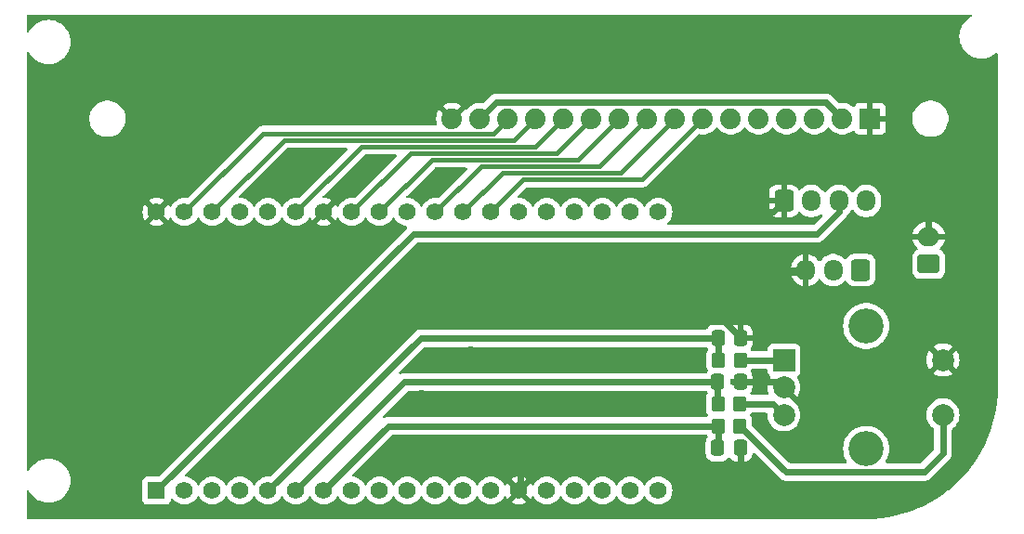
<source format=gtl>
G04 #@! TF.GenerationSoftware,KiCad,Pcbnew,8.0.5*
G04 #@! TF.CreationDate,2025-02-10T08:59:44+01:00*
G04 #@! TF.ProjectId,rocnikovka,726f636e-696b-46f7-966b-612e6b696361,rev?*
G04 #@! TF.SameCoordinates,Original*
G04 #@! TF.FileFunction,Copper,L1,Top*
G04 #@! TF.FilePolarity,Positive*
%FSLAX46Y46*%
G04 Gerber Fmt 4.6, Leading zero omitted, Abs format (unit mm)*
G04 Created by KiCad (PCBNEW 8.0.5) date 2025-02-10 08:59:44*
%MOMM*%
%LPD*%
G01*
G04 APERTURE LIST*
G04 Aperture macros list*
%AMRoundRect*
0 Rectangle with rounded corners*
0 $1 Rounding radius*
0 $2 $3 $4 $5 $6 $7 $8 $9 X,Y pos of 4 corners*
0 Add a 4 corners polygon primitive as box body*
4,1,4,$2,$3,$4,$5,$6,$7,$8,$9,$2,$3,0*
0 Add four circle primitives for the rounded corners*
1,1,$1+$1,$2,$3*
1,1,$1+$1,$4,$5*
1,1,$1+$1,$6,$7*
1,1,$1+$1,$8,$9*
0 Add four rect primitives between the rounded corners*
20,1,$1+$1,$2,$3,$4,$5,0*
20,1,$1+$1,$4,$5,$6,$7,0*
20,1,$1+$1,$6,$7,$8,$9,0*
20,1,$1+$1,$8,$9,$2,$3,0*%
G04 Aperture macros list end*
G04 #@! TA.AperFunction,SMDPad,CuDef*
%ADD10RoundRect,0.250000X-0.337500X-0.475000X0.337500X-0.475000X0.337500X0.475000X-0.337500X0.475000X0*%
G04 #@! TD*
G04 #@! TA.AperFunction,ComponentPad*
%ADD11R,1.879600X1.879600*%
G04 #@! TD*
G04 #@! TA.AperFunction,ComponentPad*
%ADD12C,1.879600*%
G04 #@! TD*
G04 #@! TA.AperFunction,ComponentPad*
%ADD13R,1.560000X1.560000*%
G04 #@! TD*
G04 #@! TA.AperFunction,ComponentPad*
%ADD14C,1.560000*%
G04 #@! TD*
G04 #@! TA.AperFunction,SMDPad,CuDef*
%ADD15RoundRect,0.250000X-0.350000X-0.450000X0.350000X-0.450000X0.350000X0.450000X-0.350000X0.450000X0*%
G04 #@! TD*
G04 #@! TA.AperFunction,ComponentPad*
%ADD16RoundRect,0.250000X0.600000X0.725000X-0.600000X0.725000X-0.600000X-0.725000X0.600000X-0.725000X0*%
G04 #@! TD*
G04 #@! TA.AperFunction,ComponentPad*
%ADD17O,1.700000X1.950000*%
G04 #@! TD*
G04 #@! TA.AperFunction,ComponentPad*
%ADD18R,2.000000X2.000000*%
G04 #@! TD*
G04 #@! TA.AperFunction,ComponentPad*
%ADD19C,2.000000*%
G04 #@! TD*
G04 #@! TA.AperFunction,ComponentPad*
%ADD20C,3.200000*%
G04 #@! TD*
G04 #@! TA.AperFunction,ComponentPad*
%ADD21RoundRect,0.250000X0.750000X-0.600000X0.750000X0.600000X-0.750000X0.600000X-0.750000X-0.600000X0*%
G04 #@! TD*
G04 #@! TA.AperFunction,ComponentPad*
%ADD22O,2.000000X1.700000*%
G04 #@! TD*
G04 #@! TA.AperFunction,ComponentPad*
%ADD23RoundRect,0.250000X-0.600000X-0.725000X0.600000X-0.725000X0.600000X0.725000X-0.600000X0.725000X0*%
G04 #@! TD*
G04 #@! TA.AperFunction,ViaPad*
%ADD24C,0.600000*%
G04 #@! TD*
G04 #@! TA.AperFunction,Conductor*
%ADD25C,0.600000*%
G04 #@! TD*
G04 #@! TA.AperFunction,Conductor*
%ADD26C,0.400000*%
G04 #@! TD*
G04 APERTURE END LIST*
D10*
X99000000Y-103000000D03*
X101075000Y-103000000D03*
D11*
X112860000Y-83000000D03*
D12*
X110320000Y-83000000D03*
X107780000Y-83000000D03*
X105240000Y-83000000D03*
X102700000Y-83000000D03*
X100160000Y-83000000D03*
X97620000Y-83000000D03*
X95080000Y-83000000D03*
X92540000Y-83000000D03*
X90000000Y-83000000D03*
X87460000Y-83000000D03*
X84920000Y-83000000D03*
X82380000Y-83000000D03*
X79840000Y-83000000D03*
X77300000Y-83000000D03*
X74760000Y-83000000D03*
D13*
X47840000Y-116900000D03*
D14*
X50380000Y-116900000D03*
X52920000Y-116900000D03*
X55460000Y-116900000D03*
X58000000Y-116900000D03*
X60540000Y-116900000D03*
X63080000Y-116900000D03*
X65620000Y-116900000D03*
X68160000Y-116900000D03*
X70700000Y-116900000D03*
X73240000Y-116900000D03*
X75780000Y-116900000D03*
X78320000Y-116900000D03*
X80860000Y-116900000D03*
X83400000Y-116900000D03*
X85940000Y-116900000D03*
X88480000Y-116900000D03*
X91020000Y-116900000D03*
X93560000Y-116900000D03*
X47840000Y-91500000D03*
X50380000Y-91500000D03*
X52920000Y-91500000D03*
X55460000Y-91500000D03*
X58000000Y-91500000D03*
X60540000Y-91500000D03*
X63080000Y-91500000D03*
X65620000Y-91500000D03*
X68160000Y-91500000D03*
X70700000Y-91500000D03*
X73240000Y-91500000D03*
X75780000Y-91500000D03*
X78320000Y-91500000D03*
X80860000Y-91500000D03*
X83400000Y-91500000D03*
X85940000Y-91500000D03*
X88480000Y-91500000D03*
X91020000Y-91500000D03*
X93560000Y-91500000D03*
D10*
X98962500Y-107000000D03*
X101037500Y-107000000D03*
D15*
X99000000Y-109000000D03*
X101000000Y-109000000D03*
D16*
X112000000Y-96800000D03*
D17*
X109500000Y-96800000D03*
X107000000Y-96800000D03*
D15*
X99000000Y-111000000D03*
X101000000Y-111000000D03*
D10*
X98962500Y-113000000D03*
X101037500Y-113000000D03*
D18*
X105000000Y-105000000D03*
D19*
X105000000Y-110000000D03*
X105000000Y-107500000D03*
D20*
X112500000Y-101900000D03*
X112500000Y-113100000D03*
D19*
X119500000Y-110000000D03*
X119500000Y-105000000D03*
D21*
X118200000Y-96250000D03*
D22*
X118200000Y-93750000D03*
D23*
X105000000Y-90500000D03*
D17*
X107500000Y-90500000D03*
X110000000Y-90500000D03*
X112500000Y-90500000D03*
D15*
X99037500Y-105000000D03*
X101037500Y-105000000D03*
D24*
X90000000Y-105000000D03*
X42500000Y-103500000D03*
X82500000Y-109000000D03*
X78000000Y-97000000D03*
X99500000Y-90500000D03*
X59500000Y-88000000D03*
X76500000Y-104000000D03*
X122500000Y-80500000D03*
X49500000Y-96000000D03*
X76000000Y-105000000D03*
X100000000Y-91500000D03*
X72000000Y-108000000D03*
X117000000Y-89500000D03*
X73500000Y-88500000D03*
X99500000Y-100500000D03*
X117500000Y-88500000D03*
X116500000Y-106000000D03*
X78500000Y-98000000D03*
X123500000Y-80500000D03*
X101500000Y-115000000D03*
X71500000Y-109000000D03*
X86500000Y-105000000D03*
X117000000Y-106500000D03*
X44000000Y-103500000D03*
X51000000Y-96000000D03*
X88500000Y-113500000D03*
X78500000Y-113000000D03*
X42500000Y-99500000D03*
X91500000Y-105000000D03*
X103000000Y-97000000D03*
X63000000Y-105000000D03*
X95500000Y-88000000D03*
X117000000Y-105500000D03*
X99000000Y-91500000D03*
X63500000Y-106000000D03*
X123000000Y-81500000D03*
X98500000Y-100500000D03*
X50500000Y-97000000D03*
X62500000Y-106000000D03*
X79000000Y-97000000D03*
X81000000Y-114500000D03*
X99000000Y-99500000D03*
X66500000Y-88000000D03*
X77000000Y-105000000D03*
X100400000Y-107000000D03*
X72500000Y-109000000D03*
X118000000Y-89500000D03*
D25*
X81000000Y-114500000D02*
X81000000Y-116760000D01*
X100400000Y-107000000D02*
X101037500Y-107000000D01*
X101037500Y-114537500D02*
X101500000Y-115000000D01*
X99500000Y-101425000D02*
X101075000Y-103000000D01*
X118200000Y-93750000D02*
X118200000Y-89700000D01*
X106800000Y-97000000D02*
X107000000Y-96800000D01*
X100000000Y-91500000D02*
X104000000Y-91500000D01*
X101037500Y-113000000D02*
X101037500Y-114537500D01*
X101037500Y-107000000D02*
X104500000Y-107000000D01*
X81000000Y-116760000D02*
X80860000Y-116900000D01*
X103000000Y-97000000D02*
X106800000Y-97000000D01*
X118200000Y-89700000D02*
X118000000Y-89500000D01*
X104000000Y-91500000D02*
X105000000Y-90500000D01*
X99500000Y-100500000D02*
X99500000Y-101425000D01*
X104500000Y-107000000D02*
X105000000Y-107500000D01*
X78800000Y-81500000D02*
X108820000Y-81500000D01*
X108820000Y-81500000D02*
X110320000Y-83000000D01*
X77300000Y-83000000D02*
X78800000Y-81500000D01*
X68980000Y-111000000D02*
X63080000Y-116900000D01*
X99000000Y-111000000D02*
X99000000Y-112962500D01*
X99000000Y-111000000D02*
X68980000Y-111000000D01*
X99000000Y-112962500D02*
X98962500Y-113000000D01*
X98962500Y-107000000D02*
X70440000Y-107000000D01*
X70440000Y-107000000D02*
X60540000Y-116900000D01*
X98962500Y-108962500D02*
X99000000Y-109000000D01*
X98962500Y-107000000D02*
X98962500Y-108962500D01*
X99000000Y-103000000D02*
X71900000Y-103000000D01*
X99000000Y-103000000D02*
X99000000Y-104962500D01*
X99000000Y-104962500D02*
X99037500Y-105000000D01*
X71900000Y-103000000D02*
X58000000Y-116900000D01*
X110000000Y-91500000D02*
X110000000Y-90500000D01*
X47840000Y-116900000D02*
X71240000Y-93500000D01*
X71240000Y-93500000D02*
X108000000Y-93500000D01*
X108000000Y-93500000D02*
X110000000Y-91500000D01*
X101037500Y-105000000D02*
X105000000Y-105000000D01*
X104000000Y-109000000D02*
X105000000Y-110000000D01*
X101000000Y-109000000D02*
X104000000Y-109000000D01*
X105200000Y-115200000D02*
X117800000Y-115200000D01*
X117800000Y-115200000D02*
X119500000Y-113500000D01*
X101000000Y-111000000D02*
X105200000Y-115200000D01*
X119500000Y-113500000D02*
X119500000Y-110000000D01*
D26*
X82380200Y-85539800D02*
X84920000Y-83000000D01*
X60540000Y-91500000D02*
X66500200Y-85539800D01*
X66500200Y-85539800D02*
X82380200Y-85539800D01*
X105240000Y-83000000D02*
X105240000Y-83185829D01*
X52920000Y-91500000D02*
X59480200Y-84939800D01*
X80440200Y-84939800D02*
X82380000Y-83000000D01*
X59480200Y-84939800D02*
X80440200Y-84939800D01*
X57540200Y-84339800D02*
X50380000Y-91500000D01*
X79840000Y-83000000D02*
X78500200Y-84339800D01*
X78500200Y-84339800D02*
X57540200Y-84339800D01*
X70980200Y-86139800D02*
X84320200Y-86139800D01*
X65620000Y-91500000D02*
X70980200Y-86139800D01*
X84320200Y-86139800D02*
X87460000Y-83000000D01*
X78320000Y-91500000D02*
X81280200Y-88539800D01*
X81280200Y-88539800D02*
X92080200Y-88539800D01*
X92080200Y-88539800D02*
X97620000Y-83000000D01*
X75780000Y-91220000D02*
X75780000Y-91500000D01*
X90140200Y-87939800D02*
X95080000Y-83000000D01*
X75780000Y-91500000D02*
X79340200Y-87939800D01*
X79340200Y-87939800D02*
X90140200Y-87939800D01*
X86260200Y-86739800D02*
X90000000Y-83000000D01*
X72920200Y-86739800D02*
X86260200Y-86739800D01*
X68160000Y-91500000D02*
X72920200Y-86739800D01*
X77400200Y-87339800D02*
X88200200Y-87339800D01*
X73240000Y-91500000D02*
X77400200Y-87339800D01*
X88200200Y-87339800D02*
X92540000Y-83000000D01*
G04 #@! TA.AperFunction,Conductor*
G36*
X97941821Y-107820185D02*
G01*
X97980319Y-107859401D01*
X98032288Y-107943656D01*
X98032290Y-107943658D01*
X98036766Y-107949319D01*
X98035373Y-107950420D01*
X98064433Y-108003639D01*
X98059449Y-108073331D01*
X98048806Y-108095093D01*
X97965190Y-108230659D01*
X97965186Y-108230666D01*
X97910001Y-108397203D01*
X97910001Y-108397204D01*
X97910000Y-108397204D01*
X97899500Y-108499983D01*
X97899500Y-109500001D01*
X97899501Y-109500019D01*
X97910000Y-109602796D01*
X97910001Y-109602799D01*
X97959500Y-109752175D01*
X97965186Y-109769334D01*
X98057287Y-109918655D01*
X98057289Y-109918657D01*
X98060795Y-109923091D01*
X98086934Y-109987887D01*
X98073892Y-110056529D01*
X98060795Y-110076909D01*
X98057289Y-110081342D01*
X98020741Y-110140597D01*
X97968793Y-110187321D01*
X97915202Y-110199500D01*
X68901155Y-110199500D01*
X68746510Y-110230261D01*
X68746498Y-110230264D01*
X68631593Y-110277859D01*
X68562123Y-110285328D01*
X68499644Y-110254052D01*
X68463993Y-110193963D01*
X68466487Y-110124138D01*
X68496458Y-110075618D01*
X70735259Y-107836819D01*
X70796582Y-107803334D01*
X70822940Y-107800500D01*
X97874782Y-107800500D01*
X97941821Y-107820185D01*
G37*
G04 #@! TD.AperFunction*
G04 #@! TA.AperFunction,Conductor*
G36*
X103442540Y-105820185D02*
G01*
X103488295Y-105872989D01*
X103499501Y-105924500D01*
X103499501Y-106047876D01*
X103505908Y-106107483D01*
X103556202Y-106242328D01*
X103556206Y-106242335D01*
X103642452Y-106357544D01*
X103642455Y-106357547D01*
X103758986Y-106444783D01*
X103800857Y-106500717D01*
X103805841Y-106570408D01*
X103788484Y-106611870D01*
X103676267Y-106783631D01*
X103576412Y-107011282D01*
X103515387Y-107252261D01*
X103515385Y-107252270D01*
X103494859Y-107499994D01*
X103494859Y-107500005D01*
X103515385Y-107747729D01*
X103515387Y-107747738D01*
X103576411Y-107988714D01*
X103592630Y-108025689D01*
X103601533Y-108094989D01*
X103571556Y-108158102D01*
X103512217Y-108194989D01*
X103479074Y-108199500D01*
X102084798Y-108199500D01*
X102017759Y-108179815D01*
X101979260Y-108140598D01*
X101951128Y-108094989D01*
X101950923Y-108094656D01*
X101932483Y-108027267D01*
X101953405Y-107960603D01*
X101962890Y-107949054D01*
X101962836Y-107949012D01*
X101967313Y-107943349D01*
X102059356Y-107794124D01*
X102059358Y-107794119D01*
X102114505Y-107627697D01*
X102114506Y-107627690D01*
X102124999Y-107524986D01*
X102125000Y-107524973D01*
X102125000Y-107250000D01*
X100911500Y-107250000D01*
X100844461Y-107230315D01*
X100798706Y-107177511D01*
X100787500Y-107126000D01*
X100787500Y-106874000D01*
X100807185Y-106806961D01*
X100859989Y-106761206D01*
X100911500Y-106750000D01*
X102124999Y-106750000D01*
X102124999Y-106475028D01*
X102124998Y-106475013D01*
X102114505Y-106372302D01*
X102059358Y-106205880D01*
X102059356Y-106205875D01*
X101970731Y-106062192D01*
X101952291Y-105994800D01*
X101973213Y-105928136D01*
X101979002Y-105920186D01*
X101980206Y-105918661D01*
X101980212Y-105918656D01*
X102016759Y-105859402D01*
X102068707Y-105812679D01*
X102122298Y-105800500D01*
X103375501Y-105800500D01*
X103442540Y-105820185D01*
G37*
G04 #@! TD.AperFunction*
G04 #@! TA.AperFunction,Conductor*
G36*
X97979321Y-103820185D02*
G01*
X98017819Y-103859401D01*
X98069788Y-103943656D01*
X98069790Y-103943658D01*
X98074266Y-103949319D01*
X98072873Y-103950420D01*
X98101933Y-104003639D01*
X98096949Y-104073331D01*
X98086306Y-104095093D01*
X98021909Y-104199500D01*
X98002686Y-104230666D01*
X97947501Y-104397203D01*
X97947501Y-104397204D01*
X97947500Y-104397204D01*
X97937000Y-104499983D01*
X97937000Y-105500001D01*
X97937001Y-105500019D01*
X97947500Y-105602796D01*
X97947501Y-105602799D01*
X98002685Y-105769331D01*
X98002689Y-105769340D01*
X98072000Y-105881712D01*
X98090440Y-105949105D01*
X98069517Y-106015768D01*
X98054144Y-106034488D01*
X98032288Y-106056344D01*
X97983888Y-106134814D01*
X97980321Y-106140597D01*
X97928373Y-106187321D01*
X97874782Y-106199500D01*
X70361155Y-106199500D01*
X70206508Y-106230261D01*
X70206498Y-106230264D01*
X70091593Y-106277859D01*
X70022123Y-106285328D01*
X69959644Y-106254052D01*
X69923993Y-106193963D01*
X69926487Y-106124138D01*
X69956458Y-106075619D01*
X72195259Y-103836819D01*
X72256582Y-103803334D01*
X72282940Y-103800500D01*
X97912282Y-103800500D01*
X97979321Y-103820185D01*
G37*
G04 #@! TD.AperFunction*
G04 #@! TA.AperFunction,Conductor*
G36*
X69656720Y-86259985D02*
G01*
X69702475Y-86312789D01*
X69712419Y-86381947D01*
X69683394Y-86445503D01*
X69677362Y-86451981D01*
X65931908Y-90197433D01*
X65870585Y-90230918D01*
X65833420Y-90233280D01*
X65620002Y-90214609D01*
X65619998Y-90214609D01*
X65396799Y-90234136D01*
X65396791Y-90234137D01*
X65180374Y-90292126D01*
X65180370Y-90292128D01*
X65179358Y-90292600D01*
X64977306Y-90386818D01*
X64977304Y-90386819D01*
X64793764Y-90515334D01*
X64635334Y-90673764D01*
X64506820Y-90857303D01*
X64506819Y-90857305D01*
X64496192Y-90880095D01*
X64462106Y-90953192D01*
X64415933Y-91005630D01*
X64348739Y-91024782D01*
X64281858Y-91004566D01*
X64237342Y-90953191D01*
X64192747Y-90857557D01*
X64192746Y-90857555D01*
X64144664Y-90788887D01*
X64144664Y-90788886D01*
X63579292Y-91354259D01*
X63564563Y-91299288D01*
X63496104Y-91180713D01*
X63399287Y-91083896D01*
X63280712Y-91015437D01*
X63225738Y-91000707D01*
X63791112Y-90435334D01*
X63791112Y-90435333D01*
X63722445Y-90387253D01*
X63722443Y-90387252D01*
X63519459Y-90292600D01*
X63519450Y-90292596D01*
X63303124Y-90234632D01*
X63303114Y-90234630D01*
X63101725Y-90217011D01*
X63036657Y-90191558D01*
X62995678Y-90134967D01*
X62991800Y-90065206D01*
X63024849Y-90005807D01*
X66754038Y-86276619D01*
X66815361Y-86243134D01*
X66841719Y-86240300D01*
X69589681Y-86240300D01*
X69656720Y-86259985D01*
G37*
G04 #@! TD.AperFunction*
G04 #@! TA.AperFunction,Conductor*
G36*
X65176720Y-85659985D02*
G01*
X65222475Y-85712789D01*
X65232419Y-85781947D01*
X65203394Y-85845503D01*
X65197362Y-85851981D01*
X60851908Y-90197433D01*
X60790585Y-90230918D01*
X60753420Y-90233280D01*
X60540002Y-90214609D01*
X60539998Y-90214609D01*
X60316799Y-90234136D01*
X60316791Y-90234137D01*
X60100374Y-90292126D01*
X60100370Y-90292128D01*
X60099358Y-90292600D01*
X59897306Y-90386818D01*
X59897304Y-90386819D01*
X59713764Y-90515334D01*
X59555334Y-90673764D01*
X59426819Y-90857304D01*
X59426818Y-90857306D01*
X59382382Y-90952600D01*
X59336209Y-91005039D01*
X59269016Y-91024191D01*
X59202135Y-91003975D01*
X59157618Y-90952600D01*
X59123808Y-90880095D01*
X59113181Y-90857305D01*
X58984667Y-90673767D01*
X58826233Y-90515333D01*
X58826229Y-90515330D01*
X58826228Y-90515329D01*
X58642700Y-90386821D01*
X58642696Y-90386819D01*
X58642694Y-90386818D01*
X58439630Y-90292128D01*
X58439627Y-90292127D01*
X58439625Y-90292126D01*
X58223208Y-90234137D01*
X58223200Y-90234136D01*
X58000002Y-90214609D01*
X57999998Y-90214609D01*
X57776799Y-90234136D01*
X57776791Y-90234137D01*
X57560374Y-90292126D01*
X57560370Y-90292128D01*
X57559358Y-90292600D01*
X57357306Y-90386818D01*
X57357304Y-90386819D01*
X57173764Y-90515334D01*
X57015334Y-90673764D01*
X56886819Y-90857304D01*
X56886818Y-90857306D01*
X56842382Y-90952600D01*
X56796209Y-91005039D01*
X56729016Y-91024191D01*
X56662135Y-91003975D01*
X56617618Y-90952600D01*
X56583808Y-90880095D01*
X56573181Y-90857305D01*
X56444667Y-90673767D01*
X56286233Y-90515333D01*
X56286229Y-90515330D01*
X56286228Y-90515329D01*
X56102700Y-90386821D01*
X56102696Y-90386819D01*
X56102694Y-90386818D01*
X55899630Y-90292128D01*
X55899627Y-90292127D01*
X55899625Y-90292126D01*
X55683208Y-90234137D01*
X55683200Y-90234136D01*
X55482188Y-90216550D01*
X55417119Y-90191098D01*
X55376140Y-90134507D01*
X55372262Y-90064745D01*
X55405312Y-90005343D01*
X59734038Y-85676619D01*
X59795361Y-85643134D01*
X59821719Y-85640300D01*
X65109681Y-85640300D01*
X65176720Y-85659985D01*
G37*
G04 #@! TD.AperFunction*
G04 #@! TA.AperFunction,Conductor*
G36*
X76076720Y-87459985D02*
G01*
X76122475Y-87512789D01*
X76132419Y-87581947D01*
X76103394Y-87645503D01*
X76097362Y-87651981D01*
X73551908Y-90197433D01*
X73490585Y-90230918D01*
X73453420Y-90233280D01*
X73240002Y-90214609D01*
X73239998Y-90214609D01*
X73016799Y-90234136D01*
X73016791Y-90234137D01*
X72800374Y-90292126D01*
X72800370Y-90292128D01*
X72799358Y-90292600D01*
X72597306Y-90386818D01*
X72597304Y-90386819D01*
X72413764Y-90515334D01*
X72255334Y-90673764D01*
X72126819Y-90857304D01*
X72126818Y-90857306D01*
X72082382Y-90952600D01*
X72036209Y-91005039D01*
X71969016Y-91024191D01*
X71902135Y-91003975D01*
X71857618Y-90952600D01*
X71823808Y-90880095D01*
X71813181Y-90857305D01*
X71684667Y-90673767D01*
X71526233Y-90515333D01*
X71526229Y-90515330D01*
X71526228Y-90515329D01*
X71342700Y-90386821D01*
X71342696Y-90386819D01*
X71342694Y-90386818D01*
X71139630Y-90292128D01*
X71139627Y-90292127D01*
X71139625Y-90292126D01*
X70923208Y-90234137D01*
X70923200Y-90234136D01*
X70722188Y-90216550D01*
X70657119Y-90191098D01*
X70616140Y-90134507D01*
X70612262Y-90064745D01*
X70645312Y-90005343D01*
X73174037Y-87476619D01*
X73235360Y-87443134D01*
X73261718Y-87440300D01*
X76009681Y-87440300D01*
X76076720Y-87459985D01*
G37*
G04 #@! TD.AperFunction*
G04 #@! TA.AperFunction,Conductor*
G36*
X122068783Y-73520185D02*
G01*
X122114538Y-73572989D01*
X122124482Y-73642147D01*
X122095457Y-73705703D01*
X122061171Y-73733332D01*
X121915690Y-73812770D01*
X121915682Y-73812775D01*
X121686612Y-73984254D01*
X121686594Y-73984270D01*
X121484270Y-74186594D01*
X121484254Y-74186612D01*
X121312775Y-74415682D01*
X121312770Y-74415690D01*
X121175635Y-74666833D01*
X121075628Y-74934962D01*
X121014804Y-75214566D01*
X120994390Y-75499998D01*
X120994390Y-75500001D01*
X121014804Y-75785433D01*
X121075628Y-76065037D01*
X121075630Y-76065043D01*
X121075631Y-76065046D01*
X121174847Y-76331054D01*
X121175635Y-76333166D01*
X121312770Y-76584309D01*
X121312775Y-76584317D01*
X121484254Y-76813387D01*
X121484270Y-76813405D01*
X121686594Y-77015729D01*
X121686612Y-77015745D01*
X121915682Y-77187224D01*
X121915690Y-77187229D01*
X122166833Y-77324364D01*
X122166832Y-77324364D01*
X122166836Y-77324365D01*
X122166839Y-77324367D01*
X122434954Y-77424369D01*
X122434960Y-77424370D01*
X122434962Y-77424371D01*
X122714566Y-77485195D01*
X122714568Y-77485195D01*
X122714572Y-77485196D01*
X122968220Y-77503337D01*
X122999999Y-77505610D01*
X123000000Y-77505610D01*
X123000001Y-77505610D01*
X123028595Y-77503564D01*
X123285428Y-77485196D01*
X123565046Y-77424369D01*
X123833161Y-77324367D01*
X124084315Y-77187226D01*
X124197705Y-77102343D01*
X124301190Y-77024876D01*
X124366654Y-77000459D01*
X124434927Y-77015311D01*
X124484332Y-77064716D01*
X124499500Y-77124143D01*
X124499500Y-107498268D01*
X124499451Y-107501746D01*
X124480720Y-108169340D01*
X124480330Y-108176284D01*
X124424342Y-108840054D01*
X124423563Y-108846966D01*
X124330445Y-109506545D01*
X124329280Y-109513402D01*
X124199328Y-110166715D01*
X124197781Y-110173496D01*
X124031394Y-110818525D01*
X124029468Y-110825209D01*
X123827185Y-111459866D01*
X123824888Y-111466431D01*
X123587331Y-112088763D01*
X123584669Y-112095189D01*
X123312597Y-112703211D01*
X123309579Y-112709478D01*
X123003840Y-113301292D01*
X123000476Y-113307379D01*
X122662034Y-113881122D01*
X122658333Y-113887012D01*
X122288251Y-114440879D01*
X122284226Y-114446551D01*
X121883684Y-114978778D01*
X121879348Y-114984216D01*
X121449581Y-115493163D01*
X121444946Y-115498350D01*
X120987318Y-115982400D01*
X120982400Y-115987318D01*
X120498350Y-116444946D01*
X120493163Y-116449581D01*
X119984216Y-116879348D01*
X119978778Y-116883684D01*
X119446551Y-117284226D01*
X119440879Y-117288251D01*
X118887012Y-117658333D01*
X118881122Y-117662034D01*
X118307379Y-118000476D01*
X118301292Y-118003840D01*
X117709478Y-118309579D01*
X117703211Y-118312597D01*
X117095189Y-118584669D01*
X117088763Y-118587331D01*
X116466431Y-118824888D01*
X116459866Y-118827185D01*
X115825209Y-119029468D01*
X115818525Y-119031394D01*
X115173496Y-119197781D01*
X115166715Y-119199328D01*
X114513402Y-119329280D01*
X114506545Y-119330445D01*
X113846966Y-119423563D01*
X113840054Y-119424342D01*
X113176284Y-119480330D01*
X113169340Y-119480720D01*
X112501746Y-119499451D01*
X112498268Y-119499500D01*
X36124500Y-119499500D01*
X36057461Y-119479815D01*
X36011706Y-119427011D01*
X36000500Y-119375500D01*
X36000500Y-116998256D01*
X36020185Y-116931217D01*
X36072989Y-116885462D01*
X36142147Y-116875518D01*
X36205703Y-116904543D01*
X36233332Y-116938829D01*
X36312770Y-117084309D01*
X36312775Y-117084317D01*
X36484254Y-117313387D01*
X36484270Y-117313405D01*
X36686594Y-117515729D01*
X36686612Y-117515745D01*
X36915682Y-117687224D01*
X36915690Y-117687229D01*
X37166833Y-117824364D01*
X37166832Y-117824364D01*
X37166836Y-117824365D01*
X37166839Y-117824367D01*
X37434954Y-117924369D01*
X37434960Y-117924370D01*
X37434962Y-117924371D01*
X37714566Y-117985195D01*
X37714568Y-117985195D01*
X37714572Y-117985196D01*
X37952923Y-118002243D01*
X37999999Y-118005610D01*
X38000000Y-118005610D01*
X38000001Y-118005610D01*
X38047077Y-118002243D01*
X38285428Y-117985196D01*
X38379813Y-117964664D01*
X38565037Y-117924371D01*
X38565037Y-117924370D01*
X38565046Y-117924369D01*
X38833161Y-117824367D01*
X39084315Y-117687226D01*
X39313395Y-117515739D01*
X39515739Y-117313395D01*
X39687226Y-117084315D01*
X39824367Y-116833161D01*
X39924369Y-116565046D01*
X39950495Y-116444946D01*
X39985195Y-116285433D01*
X39985195Y-116285432D01*
X39985196Y-116285428D01*
X40005610Y-116000000D01*
X39985196Y-115714572D01*
X39980416Y-115692600D01*
X39924371Y-115434962D01*
X39924370Y-115434960D01*
X39924369Y-115434954D01*
X39824367Y-115166839D01*
X39801754Y-115125427D01*
X39687229Y-114915690D01*
X39687224Y-114915682D01*
X39515745Y-114686612D01*
X39515729Y-114686594D01*
X39313405Y-114484270D01*
X39313387Y-114484254D01*
X39084317Y-114312775D01*
X39084309Y-114312770D01*
X38833166Y-114175635D01*
X38833167Y-114175635D01*
X38725915Y-114135632D01*
X38565046Y-114075631D01*
X38565043Y-114075630D01*
X38565037Y-114075628D01*
X38285433Y-114014804D01*
X38000001Y-113994390D01*
X37999999Y-113994390D01*
X37714566Y-114014804D01*
X37434962Y-114075628D01*
X37166833Y-114175635D01*
X36915690Y-114312770D01*
X36915682Y-114312775D01*
X36686612Y-114484254D01*
X36686594Y-114484270D01*
X36484270Y-114686594D01*
X36484254Y-114686612D01*
X36312775Y-114915682D01*
X36312770Y-114915690D01*
X36233332Y-115061170D01*
X36183926Y-115110575D01*
X36115653Y-115125427D01*
X36050189Y-115101010D01*
X36008318Y-115045076D01*
X36000500Y-115001743D01*
X36000500Y-91499997D01*
X46555111Y-91499997D01*
X46555111Y-91500002D01*
X46574630Y-91723113D01*
X46574632Y-91723124D01*
X46632596Y-91939450D01*
X46632600Y-91939459D01*
X46727252Y-92142443D01*
X46727253Y-92142445D01*
X46775334Y-92211112D01*
X47340707Y-91645739D01*
X47355437Y-91700712D01*
X47423896Y-91819287D01*
X47520713Y-91916104D01*
X47639288Y-91984563D01*
X47694259Y-91999292D01*
X47128886Y-92564664D01*
X47197555Y-92612746D01*
X47400540Y-92707399D01*
X47400549Y-92707403D01*
X47616875Y-92765367D01*
X47616886Y-92765369D01*
X47839998Y-92784889D01*
X47840002Y-92784889D01*
X48063113Y-92765369D01*
X48063124Y-92765367D01*
X48279450Y-92707403D01*
X48279459Y-92707399D01*
X48482445Y-92612746D01*
X48482451Y-92612742D01*
X48551112Y-92564665D01*
X47985739Y-91999292D01*
X48040712Y-91984563D01*
X48159287Y-91916104D01*
X48256104Y-91819287D01*
X48324563Y-91700712D01*
X48339292Y-91645739D01*
X48904665Y-92211112D01*
X48952742Y-92142451D01*
X48952743Y-92142450D01*
X48997341Y-92046809D01*
X49043513Y-91994370D01*
X49110707Y-91975217D01*
X49177588Y-91995432D01*
X49222106Y-92046808D01*
X49266819Y-92142696D01*
X49266821Y-92142700D01*
X49395329Y-92326228D01*
X49395334Y-92326234D01*
X49553765Y-92484665D01*
X49553771Y-92484670D01*
X49737299Y-92613178D01*
X49737301Y-92613179D01*
X49737304Y-92613181D01*
X49940370Y-92707872D01*
X50156794Y-92765863D01*
X50316226Y-92779811D01*
X50379998Y-92785391D01*
X50380000Y-92785391D01*
X50380002Y-92785391D01*
X50435801Y-92780509D01*
X50603206Y-92765863D01*
X50819630Y-92707872D01*
X51022696Y-92613181D01*
X51206233Y-92484667D01*
X51364667Y-92326233D01*
X51493181Y-92142696D01*
X51537618Y-92047399D01*
X51583790Y-91994960D01*
X51650983Y-91975808D01*
X51717865Y-91996023D01*
X51762382Y-92047400D01*
X51806817Y-92142692D01*
X51806821Y-92142700D01*
X51935329Y-92326228D01*
X51935334Y-92326234D01*
X52093765Y-92484665D01*
X52093771Y-92484670D01*
X52277299Y-92613178D01*
X52277301Y-92613179D01*
X52277304Y-92613181D01*
X52480370Y-92707872D01*
X52696794Y-92765863D01*
X52856226Y-92779811D01*
X52919998Y-92785391D01*
X52920000Y-92785391D01*
X52920002Y-92785391D01*
X52975801Y-92780509D01*
X53143206Y-92765863D01*
X53359630Y-92707872D01*
X53562696Y-92613181D01*
X53746233Y-92484667D01*
X53904667Y-92326233D01*
X54033181Y-92142696D01*
X54077618Y-92047399D01*
X54123790Y-91994960D01*
X54190983Y-91975808D01*
X54257865Y-91996023D01*
X54302382Y-92047400D01*
X54346817Y-92142692D01*
X54346821Y-92142700D01*
X54475329Y-92326228D01*
X54475334Y-92326234D01*
X54633765Y-92484665D01*
X54633771Y-92484670D01*
X54817299Y-92613178D01*
X54817301Y-92613179D01*
X54817304Y-92613181D01*
X55020370Y-92707872D01*
X55236794Y-92765863D01*
X55396226Y-92779811D01*
X55459998Y-92785391D01*
X55460000Y-92785391D01*
X55460002Y-92785391D01*
X55515801Y-92780509D01*
X55683206Y-92765863D01*
X55899630Y-92707872D01*
X56102696Y-92613181D01*
X56286233Y-92484667D01*
X56444667Y-92326233D01*
X56573181Y-92142696D01*
X56617618Y-92047399D01*
X56663790Y-91994960D01*
X56730983Y-91975808D01*
X56797865Y-91996023D01*
X56842382Y-92047400D01*
X56886817Y-92142692D01*
X56886821Y-92142700D01*
X57015329Y-92326228D01*
X57015334Y-92326234D01*
X57173765Y-92484665D01*
X57173771Y-92484670D01*
X57357299Y-92613178D01*
X57357301Y-92613179D01*
X57357304Y-92613181D01*
X57560370Y-92707872D01*
X57776794Y-92765863D01*
X57936226Y-92779811D01*
X57999998Y-92785391D01*
X58000000Y-92785391D01*
X58000002Y-92785391D01*
X58055801Y-92780509D01*
X58223206Y-92765863D01*
X58439630Y-92707872D01*
X58642696Y-92613181D01*
X58826233Y-92484667D01*
X58984667Y-92326233D01*
X59113181Y-92142696D01*
X59157618Y-92047399D01*
X59203790Y-91994960D01*
X59270983Y-91975808D01*
X59337865Y-91996023D01*
X59382382Y-92047400D01*
X59426817Y-92142692D01*
X59426821Y-92142700D01*
X59555329Y-92326228D01*
X59555334Y-92326234D01*
X59713765Y-92484665D01*
X59713771Y-92484670D01*
X59897299Y-92613178D01*
X59897301Y-92613179D01*
X59897304Y-92613181D01*
X60100370Y-92707872D01*
X60316794Y-92765863D01*
X60476226Y-92779811D01*
X60539998Y-92785391D01*
X60540000Y-92785391D01*
X60540002Y-92785391D01*
X60595801Y-92780509D01*
X60763206Y-92765863D01*
X60979630Y-92707872D01*
X61182696Y-92613181D01*
X61366233Y-92484667D01*
X61524667Y-92326233D01*
X61653181Y-92142696D01*
X61697895Y-92046804D01*
X61744064Y-91994370D01*
X61811258Y-91975217D01*
X61878139Y-91995432D01*
X61922657Y-92046808D01*
X61967252Y-92142443D01*
X61967253Y-92142445D01*
X62015334Y-92211112D01*
X62580707Y-91645738D01*
X62595437Y-91700712D01*
X62663896Y-91819287D01*
X62760713Y-91916104D01*
X62879288Y-91984563D01*
X62934259Y-91999292D01*
X62368886Y-92564664D01*
X62437555Y-92612746D01*
X62640540Y-92707399D01*
X62640549Y-92707403D01*
X62856875Y-92765367D01*
X62856886Y-92765369D01*
X63079998Y-92784889D01*
X63080002Y-92784889D01*
X63303113Y-92765369D01*
X63303124Y-92765367D01*
X63519450Y-92707403D01*
X63519459Y-92707399D01*
X63722445Y-92612746D01*
X63722451Y-92612742D01*
X63791112Y-92564665D01*
X63225739Y-91999292D01*
X63280712Y-91984563D01*
X63399287Y-91916104D01*
X63496104Y-91819287D01*
X63564563Y-91700712D01*
X63579292Y-91645739D01*
X64144665Y-92211112D01*
X64192742Y-92142451D01*
X64192743Y-92142450D01*
X64237341Y-92046809D01*
X64283513Y-91994370D01*
X64350707Y-91975217D01*
X64417588Y-91995432D01*
X64462106Y-92046808D01*
X64506819Y-92142696D01*
X64506821Y-92142700D01*
X64635329Y-92326228D01*
X64635334Y-92326234D01*
X64793765Y-92484665D01*
X64793771Y-92484670D01*
X64977299Y-92613178D01*
X64977301Y-92613179D01*
X64977304Y-92613181D01*
X65180370Y-92707872D01*
X65396794Y-92765863D01*
X65556226Y-92779811D01*
X65619998Y-92785391D01*
X65620000Y-92785391D01*
X65620002Y-92785391D01*
X65675801Y-92780509D01*
X65843206Y-92765863D01*
X66059630Y-92707872D01*
X66262696Y-92613181D01*
X66446233Y-92484667D01*
X66604667Y-92326233D01*
X66733181Y-92142696D01*
X66777618Y-92047399D01*
X66823790Y-91994960D01*
X66890983Y-91975808D01*
X66957865Y-91996023D01*
X67002382Y-92047400D01*
X67046817Y-92142692D01*
X67046821Y-92142700D01*
X67175329Y-92326228D01*
X67175334Y-92326234D01*
X67333765Y-92484665D01*
X67333771Y-92484670D01*
X67517299Y-92613178D01*
X67517301Y-92613179D01*
X67517304Y-92613181D01*
X67720370Y-92707872D01*
X67936794Y-92765863D01*
X68096226Y-92779811D01*
X68159998Y-92785391D01*
X68160000Y-92785391D01*
X68160002Y-92785391D01*
X68215801Y-92780509D01*
X68383206Y-92765863D01*
X68599630Y-92707872D01*
X68802696Y-92613181D01*
X68986233Y-92484667D01*
X69144667Y-92326233D01*
X69273181Y-92142696D01*
X69317618Y-92047399D01*
X69363790Y-91994960D01*
X69430983Y-91975808D01*
X69497865Y-91996023D01*
X69542382Y-92047400D01*
X69586817Y-92142692D01*
X69586821Y-92142700D01*
X69715329Y-92326228D01*
X69715334Y-92326234D01*
X69873765Y-92484665D01*
X69873771Y-92484670D01*
X70057299Y-92613178D01*
X70057301Y-92613179D01*
X70057304Y-92613181D01*
X70260370Y-92707872D01*
X70476794Y-92765863D01*
X70547766Y-92772072D01*
X70612835Y-92797524D01*
X70653814Y-92854115D01*
X70657692Y-92923877D01*
X70624640Y-92983281D01*
X48024739Y-115583181D01*
X47963416Y-115616666D01*
X47937058Y-115619500D01*
X47012129Y-115619500D01*
X47012123Y-115619501D01*
X46952516Y-115625908D01*
X46817671Y-115676202D01*
X46817664Y-115676206D01*
X46702455Y-115762452D01*
X46702452Y-115762455D01*
X46616206Y-115877664D01*
X46616202Y-115877671D01*
X46565908Y-116012517D01*
X46559501Y-116072116D01*
X46559500Y-116072135D01*
X46559500Y-117727870D01*
X46559501Y-117727876D01*
X46565908Y-117787483D01*
X46616202Y-117922328D01*
X46616206Y-117922335D01*
X46702452Y-118037544D01*
X46702455Y-118037547D01*
X46817664Y-118123793D01*
X46817671Y-118123797D01*
X46952517Y-118174091D01*
X46952516Y-118174091D01*
X46959444Y-118174835D01*
X47012127Y-118180500D01*
X48667872Y-118180499D01*
X48727483Y-118174091D01*
X48862331Y-118123796D01*
X48977546Y-118037546D01*
X49063796Y-117922331D01*
X49114091Y-117787483D01*
X49120500Y-117727873D01*
X49120499Y-117727034D01*
X49120554Y-117726849D01*
X49120678Y-117724547D01*
X49121221Y-117724576D01*
X49140168Y-117659993D01*
X49192961Y-117614226D01*
X49262117Y-117604266D01*
X49325679Y-117633276D01*
X49346074Y-117655884D01*
X49395333Y-117726233D01*
X49395334Y-117726234D01*
X49553765Y-117884665D01*
X49553771Y-117884670D01*
X49737299Y-118013178D01*
X49737301Y-118013179D01*
X49737304Y-118013181D01*
X49940370Y-118107872D01*
X50156794Y-118165863D01*
X50316226Y-118179811D01*
X50379998Y-118185391D01*
X50380000Y-118185391D01*
X50380002Y-118185391D01*
X50435927Y-118180498D01*
X50603206Y-118165863D01*
X50819630Y-118107872D01*
X51022696Y-118013181D01*
X51206233Y-117884667D01*
X51364667Y-117726233D01*
X51493181Y-117542696D01*
X51537618Y-117447399D01*
X51583790Y-117394960D01*
X51650983Y-117375808D01*
X51717865Y-117396023D01*
X51762382Y-117447400D01*
X51806817Y-117542692D01*
X51806821Y-117542700D01*
X51935329Y-117726228D01*
X51935334Y-117726234D01*
X52093765Y-117884665D01*
X52093771Y-117884670D01*
X52277299Y-118013178D01*
X52277301Y-118013179D01*
X52277304Y-118013181D01*
X52480370Y-118107872D01*
X52696794Y-118165863D01*
X52856226Y-118179811D01*
X52919998Y-118185391D01*
X52920000Y-118185391D01*
X52920002Y-118185391D01*
X52975927Y-118180498D01*
X53143206Y-118165863D01*
X53359630Y-118107872D01*
X53562696Y-118013181D01*
X53746233Y-117884667D01*
X53904667Y-117726233D01*
X54033181Y-117542696D01*
X54077618Y-117447399D01*
X54123790Y-117394960D01*
X54190983Y-117375808D01*
X54257865Y-117396023D01*
X54302382Y-117447400D01*
X54346817Y-117542692D01*
X54346821Y-117542700D01*
X54475329Y-117726228D01*
X54475334Y-117726234D01*
X54633765Y-117884665D01*
X54633771Y-117884670D01*
X54817299Y-118013178D01*
X54817301Y-118013179D01*
X54817304Y-118013181D01*
X55020370Y-118107872D01*
X55236794Y-118165863D01*
X55396226Y-118179811D01*
X55459998Y-118185391D01*
X55460000Y-118185391D01*
X55460002Y-118185391D01*
X55515927Y-118180498D01*
X55683206Y-118165863D01*
X55899630Y-118107872D01*
X56102696Y-118013181D01*
X56286233Y-117884667D01*
X56444667Y-117726233D01*
X56573181Y-117542696D01*
X56617618Y-117447399D01*
X56663790Y-117394960D01*
X56730983Y-117375808D01*
X56797865Y-117396023D01*
X56842382Y-117447400D01*
X56886817Y-117542692D01*
X56886821Y-117542700D01*
X57015329Y-117726228D01*
X57015334Y-117726234D01*
X57173765Y-117884665D01*
X57173771Y-117884670D01*
X57357299Y-118013178D01*
X57357301Y-118013179D01*
X57357304Y-118013181D01*
X57560370Y-118107872D01*
X57776794Y-118165863D01*
X57936226Y-118179811D01*
X57999998Y-118185391D01*
X58000000Y-118185391D01*
X58000002Y-118185391D01*
X58055927Y-118180498D01*
X58223206Y-118165863D01*
X58439630Y-118107872D01*
X58642696Y-118013181D01*
X58826233Y-117884667D01*
X58984667Y-117726233D01*
X59113181Y-117542696D01*
X59157618Y-117447399D01*
X59203790Y-117394960D01*
X59270983Y-117375808D01*
X59337865Y-117396023D01*
X59382382Y-117447400D01*
X59426817Y-117542692D01*
X59426821Y-117542700D01*
X59555329Y-117726228D01*
X59555334Y-117726234D01*
X59713765Y-117884665D01*
X59713771Y-117884670D01*
X59897299Y-118013178D01*
X59897301Y-118013179D01*
X59897304Y-118013181D01*
X60100370Y-118107872D01*
X60316794Y-118165863D01*
X60476226Y-118179811D01*
X60539998Y-118185391D01*
X60540000Y-118185391D01*
X60540002Y-118185391D01*
X60595927Y-118180498D01*
X60763206Y-118165863D01*
X60979630Y-118107872D01*
X61182696Y-118013181D01*
X61366233Y-117884667D01*
X61524667Y-117726233D01*
X61653181Y-117542696D01*
X61697618Y-117447399D01*
X61743790Y-117394960D01*
X61810983Y-117375808D01*
X61877865Y-117396023D01*
X61922382Y-117447400D01*
X61966817Y-117542692D01*
X61966821Y-117542700D01*
X62095329Y-117726228D01*
X62095334Y-117726234D01*
X62253765Y-117884665D01*
X62253771Y-117884670D01*
X62437299Y-118013178D01*
X62437301Y-118013179D01*
X62437304Y-118013181D01*
X62640370Y-118107872D01*
X62856794Y-118165863D01*
X63016226Y-118179811D01*
X63079998Y-118185391D01*
X63080000Y-118185391D01*
X63080002Y-118185391D01*
X63135927Y-118180498D01*
X63303206Y-118165863D01*
X63519630Y-118107872D01*
X63722696Y-118013181D01*
X63906233Y-117884667D01*
X64064667Y-117726233D01*
X64193181Y-117542696D01*
X64237618Y-117447399D01*
X64283790Y-117394960D01*
X64350983Y-117375808D01*
X64417865Y-117396023D01*
X64462382Y-117447400D01*
X64506817Y-117542692D01*
X64506821Y-117542700D01*
X64635329Y-117726228D01*
X64635334Y-117726234D01*
X64793765Y-117884665D01*
X64793771Y-117884670D01*
X64977299Y-118013178D01*
X64977301Y-118013179D01*
X64977304Y-118013181D01*
X65180370Y-118107872D01*
X65396794Y-118165863D01*
X65556226Y-118179811D01*
X65619998Y-118185391D01*
X65620000Y-118185391D01*
X65620002Y-118185391D01*
X65675927Y-118180498D01*
X65843206Y-118165863D01*
X66059630Y-118107872D01*
X66262696Y-118013181D01*
X66446233Y-117884667D01*
X66604667Y-117726233D01*
X66733181Y-117542696D01*
X66777618Y-117447399D01*
X66823790Y-117394960D01*
X66890983Y-117375808D01*
X66957865Y-117396023D01*
X67002382Y-117447400D01*
X67046817Y-117542692D01*
X67046821Y-117542700D01*
X67175329Y-117726228D01*
X67175334Y-117726234D01*
X67333765Y-117884665D01*
X67333771Y-117884670D01*
X67517299Y-118013178D01*
X67517301Y-118013179D01*
X67517304Y-118013181D01*
X67720370Y-118107872D01*
X67936794Y-118165863D01*
X68096226Y-118179811D01*
X68159998Y-118185391D01*
X68160000Y-118185391D01*
X68160002Y-118185391D01*
X68215927Y-118180498D01*
X68383206Y-118165863D01*
X68599630Y-118107872D01*
X68802696Y-118013181D01*
X68986233Y-117884667D01*
X69144667Y-117726233D01*
X69273181Y-117542696D01*
X69317618Y-117447399D01*
X69363790Y-117394960D01*
X69430983Y-117375808D01*
X69497865Y-117396023D01*
X69542382Y-117447400D01*
X69586817Y-117542692D01*
X69586821Y-117542700D01*
X69715329Y-117726228D01*
X69715334Y-117726234D01*
X69873765Y-117884665D01*
X69873771Y-117884670D01*
X70057299Y-118013178D01*
X70057301Y-118013179D01*
X70057304Y-118013181D01*
X70260370Y-118107872D01*
X70476794Y-118165863D01*
X70636226Y-118179811D01*
X70699998Y-118185391D01*
X70700000Y-118185391D01*
X70700002Y-118185391D01*
X70755927Y-118180498D01*
X70923206Y-118165863D01*
X71139630Y-118107872D01*
X71342696Y-118013181D01*
X71526233Y-117884667D01*
X71684667Y-117726233D01*
X71813181Y-117542696D01*
X71857618Y-117447399D01*
X71903790Y-117394960D01*
X71970983Y-117375808D01*
X72037865Y-117396023D01*
X72082382Y-117447400D01*
X72126817Y-117542692D01*
X72126821Y-117542700D01*
X72255329Y-117726228D01*
X72255334Y-117726234D01*
X72413765Y-117884665D01*
X72413771Y-117884670D01*
X72597299Y-118013178D01*
X72597301Y-118013179D01*
X72597304Y-118013181D01*
X72800370Y-118107872D01*
X73016794Y-118165863D01*
X73176226Y-118179811D01*
X73239998Y-118185391D01*
X73240000Y-118185391D01*
X73240002Y-118185391D01*
X73295927Y-118180498D01*
X73463206Y-118165863D01*
X73679630Y-118107872D01*
X73882696Y-118013181D01*
X74066233Y-117884667D01*
X74224667Y-117726233D01*
X74353181Y-117542696D01*
X74397618Y-117447399D01*
X74443790Y-117394960D01*
X74510983Y-117375808D01*
X74577865Y-117396023D01*
X74622382Y-117447400D01*
X74666817Y-117542692D01*
X74666821Y-117542700D01*
X74795329Y-117726228D01*
X74795334Y-117726234D01*
X74953765Y-117884665D01*
X74953771Y-117884670D01*
X75137299Y-118013178D01*
X75137301Y-118013179D01*
X75137304Y-118013181D01*
X75340370Y-118107872D01*
X75556794Y-118165863D01*
X75716226Y-118179811D01*
X75779998Y-118185391D01*
X75780000Y-118185391D01*
X75780002Y-118185391D01*
X75835927Y-118180498D01*
X76003206Y-118165863D01*
X76219630Y-118107872D01*
X76422696Y-118013181D01*
X76606233Y-117884667D01*
X76764667Y-117726233D01*
X76893181Y-117542696D01*
X76937618Y-117447399D01*
X76983790Y-117394960D01*
X77050983Y-117375808D01*
X77117865Y-117396023D01*
X77162382Y-117447400D01*
X77206817Y-117542692D01*
X77206821Y-117542700D01*
X77335329Y-117726228D01*
X77335334Y-117726234D01*
X77493765Y-117884665D01*
X77493771Y-117884670D01*
X77677299Y-118013178D01*
X77677301Y-118013179D01*
X77677304Y-118013181D01*
X77880370Y-118107872D01*
X78096794Y-118165863D01*
X78256226Y-118179811D01*
X78319998Y-118185391D01*
X78320000Y-118185391D01*
X78320002Y-118185391D01*
X78375927Y-118180498D01*
X78543206Y-118165863D01*
X78759630Y-118107872D01*
X78962696Y-118013181D01*
X79146233Y-117884667D01*
X79304667Y-117726233D01*
X79433181Y-117542696D01*
X79477895Y-117446804D01*
X79524064Y-117394370D01*
X79591258Y-117375217D01*
X79658139Y-117395432D01*
X79702657Y-117446808D01*
X79747252Y-117542443D01*
X79747253Y-117542445D01*
X79795334Y-117611112D01*
X80360707Y-117045739D01*
X80375437Y-117100712D01*
X80443896Y-117219287D01*
X80540713Y-117316104D01*
X80659288Y-117384563D01*
X80714259Y-117399292D01*
X80148886Y-117964664D01*
X80217555Y-118012746D01*
X80420540Y-118107399D01*
X80420549Y-118107403D01*
X80636875Y-118165367D01*
X80636886Y-118165369D01*
X80859998Y-118184889D01*
X80860002Y-118184889D01*
X81083113Y-118165369D01*
X81083124Y-118165367D01*
X81299450Y-118107403D01*
X81299459Y-118107399D01*
X81502445Y-118012746D01*
X81502451Y-118012742D01*
X81571112Y-117964665D01*
X81005739Y-117399292D01*
X81060712Y-117384563D01*
X81179287Y-117316104D01*
X81276104Y-117219287D01*
X81344563Y-117100712D01*
X81359292Y-117045739D01*
X81924665Y-117611112D01*
X81972742Y-117542451D01*
X81972743Y-117542450D01*
X82017341Y-117446809D01*
X82063513Y-117394370D01*
X82130707Y-117375217D01*
X82197588Y-117395432D01*
X82242106Y-117446808D01*
X82286819Y-117542696D01*
X82286821Y-117542700D01*
X82415329Y-117726228D01*
X82415334Y-117726234D01*
X82573765Y-117884665D01*
X82573771Y-117884670D01*
X82757299Y-118013178D01*
X82757301Y-118013179D01*
X82757304Y-118013181D01*
X82960370Y-118107872D01*
X83176794Y-118165863D01*
X83336226Y-118179811D01*
X83399998Y-118185391D01*
X83400000Y-118185391D01*
X83400002Y-118185391D01*
X83455927Y-118180498D01*
X83623206Y-118165863D01*
X83839630Y-118107872D01*
X84042696Y-118013181D01*
X84226233Y-117884667D01*
X84384667Y-117726233D01*
X84513181Y-117542696D01*
X84557618Y-117447399D01*
X84603790Y-117394960D01*
X84670983Y-117375808D01*
X84737865Y-117396023D01*
X84782382Y-117447400D01*
X84826817Y-117542692D01*
X84826821Y-117542700D01*
X84955329Y-117726228D01*
X84955334Y-117726234D01*
X85113765Y-117884665D01*
X85113771Y-117884670D01*
X85297299Y-118013178D01*
X85297301Y-118013179D01*
X85297304Y-118013181D01*
X85500370Y-118107872D01*
X85716794Y-118165863D01*
X85876226Y-118179811D01*
X85939998Y-118185391D01*
X85940000Y-118185391D01*
X85940002Y-118185391D01*
X85995927Y-118180498D01*
X86163206Y-118165863D01*
X86379630Y-118107872D01*
X86582696Y-118013181D01*
X86766233Y-117884667D01*
X86924667Y-117726233D01*
X87053181Y-117542696D01*
X87097618Y-117447399D01*
X87143790Y-117394960D01*
X87210983Y-117375808D01*
X87277865Y-117396023D01*
X87322382Y-117447400D01*
X87366817Y-117542692D01*
X87366821Y-117542700D01*
X87495329Y-117726228D01*
X87495334Y-117726234D01*
X87653765Y-117884665D01*
X87653771Y-117884670D01*
X87837299Y-118013178D01*
X87837301Y-118013179D01*
X87837304Y-118013181D01*
X88040370Y-118107872D01*
X88256794Y-118165863D01*
X88416226Y-118179811D01*
X88479998Y-118185391D01*
X88480000Y-118185391D01*
X88480002Y-118185391D01*
X88535927Y-118180498D01*
X88703206Y-118165863D01*
X88919630Y-118107872D01*
X89122696Y-118013181D01*
X89306233Y-117884667D01*
X89464667Y-117726233D01*
X89593181Y-117542696D01*
X89637618Y-117447399D01*
X89683790Y-117394960D01*
X89750983Y-117375808D01*
X89817865Y-117396023D01*
X89862382Y-117447400D01*
X89906817Y-117542692D01*
X89906821Y-117542700D01*
X90035329Y-117726228D01*
X90035334Y-117726234D01*
X90193765Y-117884665D01*
X90193771Y-117884670D01*
X90377299Y-118013178D01*
X90377301Y-118013179D01*
X90377304Y-118013181D01*
X90580370Y-118107872D01*
X90796794Y-118165863D01*
X90956226Y-118179811D01*
X91019998Y-118185391D01*
X91020000Y-118185391D01*
X91020002Y-118185391D01*
X91075927Y-118180498D01*
X91243206Y-118165863D01*
X91459630Y-118107872D01*
X91662696Y-118013181D01*
X91846233Y-117884667D01*
X92004667Y-117726233D01*
X92133181Y-117542696D01*
X92177618Y-117447399D01*
X92223790Y-117394960D01*
X92290983Y-117375808D01*
X92357865Y-117396023D01*
X92402382Y-117447400D01*
X92446817Y-117542692D01*
X92446821Y-117542700D01*
X92575329Y-117726228D01*
X92575334Y-117726234D01*
X92733765Y-117884665D01*
X92733771Y-117884670D01*
X92917299Y-118013178D01*
X92917301Y-118013179D01*
X92917304Y-118013181D01*
X93120370Y-118107872D01*
X93336794Y-118165863D01*
X93496226Y-118179811D01*
X93559998Y-118185391D01*
X93560000Y-118185391D01*
X93560002Y-118185391D01*
X93615927Y-118180498D01*
X93783206Y-118165863D01*
X93999630Y-118107872D01*
X94202696Y-118013181D01*
X94386233Y-117884667D01*
X94544667Y-117726233D01*
X94673181Y-117542696D01*
X94767872Y-117339630D01*
X94825863Y-117123206D01*
X94845391Y-116900000D01*
X94825863Y-116676794D01*
X94767872Y-116460370D01*
X94673181Y-116257305D01*
X94544667Y-116073767D01*
X94386233Y-115915333D01*
X94386229Y-115915330D01*
X94386228Y-115915329D01*
X94202700Y-115786821D01*
X94202696Y-115786819D01*
X94150445Y-115762454D01*
X93999630Y-115692128D01*
X93999627Y-115692127D01*
X93999625Y-115692126D01*
X93783208Y-115634137D01*
X93783200Y-115634136D01*
X93560002Y-115614609D01*
X93559998Y-115614609D01*
X93336799Y-115634136D01*
X93336791Y-115634137D01*
X93120374Y-115692126D01*
X93120370Y-115692128D01*
X93119358Y-115692600D01*
X92917306Y-115786818D01*
X92917304Y-115786819D01*
X92733764Y-115915334D01*
X92575334Y-116073764D01*
X92446819Y-116257304D01*
X92446818Y-116257306D01*
X92402382Y-116352600D01*
X92356209Y-116405039D01*
X92289016Y-116424191D01*
X92222135Y-116403975D01*
X92177618Y-116352600D01*
X92146295Y-116285428D01*
X92133181Y-116257305D01*
X92004667Y-116073767D01*
X91846233Y-115915333D01*
X91846229Y-115915330D01*
X91846228Y-115915329D01*
X91662700Y-115786821D01*
X91662696Y-115786819D01*
X91610445Y-115762454D01*
X91459630Y-115692128D01*
X91459627Y-115692127D01*
X91459625Y-115692126D01*
X91243208Y-115634137D01*
X91243200Y-115634136D01*
X91020002Y-115614609D01*
X91019998Y-115614609D01*
X90796799Y-115634136D01*
X90796791Y-115634137D01*
X90580374Y-115692126D01*
X90580370Y-115692128D01*
X90579358Y-115692600D01*
X90377306Y-115786818D01*
X90377304Y-115786819D01*
X90193764Y-115915334D01*
X90035334Y-116073764D01*
X89906819Y-116257304D01*
X89906818Y-116257306D01*
X89862382Y-116352600D01*
X89816209Y-116405039D01*
X89749016Y-116424191D01*
X89682135Y-116403975D01*
X89637618Y-116352600D01*
X89606295Y-116285428D01*
X89593181Y-116257305D01*
X89464667Y-116073767D01*
X89306233Y-115915333D01*
X89306229Y-115915330D01*
X89306228Y-115915329D01*
X89122700Y-115786821D01*
X89122696Y-115786819D01*
X89070445Y-115762454D01*
X88919630Y-115692128D01*
X88919627Y-115692127D01*
X88919625Y-115692126D01*
X88703208Y-115634137D01*
X88703200Y-115634136D01*
X88480002Y-115614609D01*
X88479998Y-115614609D01*
X88256799Y-115634136D01*
X88256791Y-115634137D01*
X88040374Y-115692126D01*
X88040370Y-115692128D01*
X88039358Y-115692600D01*
X87837306Y-115786818D01*
X87837304Y-115786819D01*
X87653764Y-115915334D01*
X87495334Y-116073764D01*
X87366819Y-116257304D01*
X87366818Y-116257306D01*
X87322382Y-116352600D01*
X87276209Y-116405039D01*
X87209016Y-116424191D01*
X87142135Y-116403975D01*
X87097618Y-116352600D01*
X87066295Y-116285428D01*
X87053181Y-116257305D01*
X86924667Y-116073767D01*
X86766233Y-115915333D01*
X86766229Y-115915330D01*
X86766228Y-115915329D01*
X86582700Y-115786821D01*
X86582696Y-115786819D01*
X86530445Y-115762454D01*
X86379630Y-115692128D01*
X86379627Y-115692127D01*
X86379625Y-115692126D01*
X86163208Y-115634137D01*
X86163200Y-115634136D01*
X85940002Y-115614609D01*
X85939998Y-115614609D01*
X85716799Y-115634136D01*
X85716791Y-115634137D01*
X85500374Y-115692126D01*
X85500370Y-115692128D01*
X85499358Y-115692600D01*
X85297306Y-115786818D01*
X85297304Y-115786819D01*
X85113764Y-115915334D01*
X84955334Y-116073764D01*
X84826819Y-116257304D01*
X84826818Y-116257306D01*
X84782382Y-116352600D01*
X84736209Y-116405039D01*
X84669016Y-116424191D01*
X84602135Y-116403975D01*
X84557618Y-116352600D01*
X84526295Y-116285428D01*
X84513181Y-116257305D01*
X84384667Y-116073767D01*
X84226233Y-115915333D01*
X84226229Y-115915330D01*
X84226228Y-115915329D01*
X84042700Y-115786821D01*
X84042696Y-115786819D01*
X83990445Y-115762454D01*
X83839630Y-115692128D01*
X83839627Y-115692127D01*
X83839625Y-115692126D01*
X83623208Y-115634137D01*
X83623200Y-115634136D01*
X83400002Y-115614609D01*
X83399998Y-115614609D01*
X83176799Y-115634136D01*
X83176791Y-115634137D01*
X82960374Y-115692126D01*
X82960370Y-115692128D01*
X82959358Y-115692600D01*
X82757306Y-115786818D01*
X82757304Y-115786819D01*
X82573764Y-115915334D01*
X82415334Y-116073764D01*
X82286820Y-116257303D01*
X82286819Y-116257305D01*
X82273705Y-116285428D01*
X82242106Y-116353192D01*
X82195933Y-116405630D01*
X82128739Y-116424782D01*
X82061858Y-116404566D01*
X82017342Y-116353191D01*
X81972747Y-116257557D01*
X81972746Y-116257555D01*
X81924664Y-116188887D01*
X81924664Y-116188886D01*
X81359292Y-116754259D01*
X81344563Y-116699288D01*
X81276104Y-116580713D01*
X81179287Y-116483896D01*
X81060712Y-116415437D01*
X81005740Y-116400707D01*
X81571112Y-115835334D01*
X81571112Y-115835333D01*
X81502445Y-115787253D01*
X81502443Y-115787252D01*
X81299459Y-115692600D01*
X81299450Y-115692596D01*
X81083124Y-115634632D01*
X81083113Y-115634630D01*
X80860002Y-115615111D01*
X80859998Y-115615111D01*
X80636886Y-115634630D01*
X80636875Y-115634632D01*
X80420549Y-115692596D01*
X80420540Y-115692600D01*
X80217556Y-115787253D01*
X80148887Y-115835334D01*
X80714260Y-116400707D01*
X80659288Y-116415437D01*
X80540713Y-116483896D01*
X80443896Y-116580713D01*
X80375437Y-116699288D01*
X80360707Y-116754260D01*
X79795334Y-116188887D01*
X79747254Y-116257554D01*
X79702657Y-116353192D01*
X79656484Y-116405631D01*
X79589290Y-116424782D01*
X79522409Y-116404566D01*
X79477893Y-116353191D01*
X79477617Y-116352600D01*
X79433181Y-116257305D01*
X79304667Y-116073767D01*
X79146233Y-115915333D01*
X79146229Y-115915330D01*
X79146228Y-115915329D01*
X78962700Y-115786821D01*
X78962696Y-115786819D01*
X78910445Y-115762454D01*
X78759630Y-115692128D01*
X78759627Y-115692127D01*
X78759625Y-115692126D01*
X78543208Y-115634137D01*
X78543200Y-115634136D01*
X78320002Y-115614609D01*
X78319998Y-115614609D01*
X78096799Y-115634136D01*
X78096791Y-115634137D01*
X77880374Y-115692126D01*
X77880370Y-115692128D01*
X77879358Y-115692600D01*
X77677306Y-115786818D01*
X77677304Y-115786819D01*
X77493764Y-115915334D01*
X77335334Y-116073764D01*
X77206819Y-116257304D01*
X77206818Y-116257306D01*
X77162382Y-116352600D01*
X77116209Y-116405039D01*
X77049016Y-116424191D01*
X76982135Y-116403975D01*
X76937618Y-116352600D01*
X76906295Y-116285428D01*
X76893181Y-116257305D01*
X76764667Y-116073767D01*
X76606233Y-115915333D01*
X76606229Y-115915330D01*
X76606228Y-115915329D01*
X76422700Y-115786821D01*
X76422696Y-115786819D01*
X76370445Y-115762454D01*
X76219630Y-115692128D01*
X76219627Y-115692127D01*
X76219625Y-115692126D01*
X76003208Y-115634137D01*
X76003200Y-115634136D01*
X75780002Y-115614609D01*
X75779998Y-115614609D01*
X75556799Y-115634136D01*
X75556791Y-115634137D01*
X75340374Y-115692126D01*
X75340370Y-115692128D01*
X75339358Y-115692600D01*
X75137306Y-115786818D01*
X75137304Y-115786819D01*
X74953764Y-115915334D01*
X74795334Y-116073764D01*
X74666819Y-116257304D01*
X74666818Y-116257306D01*
X74622382Y-116352600D01*
X74576209Y-116405039D01*
X74509016Y-116424191D01*
X74442135Y-116403975D01*
X74397618Y-116352600D01*
X74366295Y-116285428D01*
X74353181Y-116257305D01*
X74224667Y-116073767D01*
X74066233Y-115915333D01*
X74066229Y-115915330D01*
X74066228Y-115915329D01*
X73882700Y-115786821D01*
X73882696Y-115786819D01*
X73830445Y-115762454D01*
X73679630Y-115692128D01*
X73679627Y-115692127D01*
X73679625Y-115692126D01*
X73463208Y-115634137D01*
X73463200Y-115634136D01*
X73240002Y-115614609D01*
X73239998Y-115614609D01*
X73016799Y-115634136D01*
X73016791Y-115634137D01*
X72800374Y-115692126D01*
X72800370Y-115692128D01*
X72799358Y-115692600D01*
X72597306Y-115786818D01*
X72597304Y-115786819D01*
X72413764Y-115915334D01*
X72255334Y-116073764D01*
X72126819Y-116257304D01*
X72126818Y-116257306D01*
X72082382Y-116352600D01*
X72036209Y-116405039D01*
X71969016Y-116424191D01*
X71902135Y-116403975D01*
X71857618Y-116352600D01*
X71826295Y-116285428D01*
X71813181Y-116257305D01*
X71684667Y-116073767D01*
X71526233Y-115915333D01*
X71526229Y-115915330D01*
X71526228Y-115915329D01*
X71342700Y-115786821D01*
X71342696Y-115786819D01*
X71290445Y-115762454D01*
X71139630Y-115692128D01*
X71139627Y-115692127D01*
X71139625Y-115692126D01*
X70923208Y-115634137D01*
X70923200Y-115634136D01*
X70700002Y-115614609D01*
X70699998Y-115614609D01*
X70476799Y-115634136D01*
X70476791Y-115634137D01*
X70260374Y-115692126D01*
X70260370Y-115692128D01*
X70259358Y-115692600D01*
X70057306Y-115786818D01*
X70057304Y-115786819D01*
X69873764Y-115915334D01*
X69715334Y-116073764D01*
X69586819Y-116257304D01*
X69586818Y-116257306D01*
X69542382Y-116352600D01*
X69496209Y-116405039D01*
X69429016Y-116424191D01*
X69362135Y-116403975D01*
X69317618Y-116352600D01*
X69286295Y-116285428D01*
X69273181Y-116257305D01*
X69144667Y-116073767D01*
X68986233Y-115915333D01*
X68986229Y-115915330D01*
X68986228Y-115915329D01*
X68802700Y-115786821D01*
X68802696Y-115786819D01*
X68750445Y-115762454D01*
X68599630Y-115692128D01*
X68599627Y-115692127D01*
X68599625Y-115692126D01*
X68383208Y-115634137D01*
X68383200Y-115634136D01*
X68160002Y-115614609D01*
X68159998Y-115614609D01*
X67936799Y-115634136D01*
X67936791Y-115634137D01*
X67720374Y-115692126D01*
X67720370Y-115692128D01*
X67719358Y-115692600D01*
X67517306Y-115786818D01*
X67517304Y-115786819D01*
X67333764Y-115915334D01*
X67175334Y-116073764D01*
X67046819Y-116257304D01*
X67046818Y-116257306D01*
X67002382Y-116352600D01*
X66956209Y-116405039D01*
X66889016Y-116424191D01*
X66822135Y-116403975D01*
X66777618Y-116352600D01*
X66746295Y-116285428D01*
X66733181Y-116257305D01*
X66604667Y-116073767D01*
X66446233Y-115915333D01*
X66446229Y-115915330D01*
X66446228Y-115915329D01*
X66262700Y-115786821D01*
X66262696Y-115786819D01*
X66210445Y-115762454D01*
X66059630Y-115692128D01*
X66059627Y-115692127D01*
X66059625Y-115692126D01*
X65843208Y-115634137D01*
X65843201Y-115634136D01*
X65772231Y-115627927D01*
X65707162Y-115602474D01*
X65666184Y-115545883D01*
X65662306Y-115476121D01*
X65695356Y-115416720D01*
X69275259Y-111836819D01*
X69336582Y-111803334D01*
X69362940Y-111800500D01*
X97915202Y-111800500D01*
X97982241Y-111820185D01*
X98020742Y-111859405D01*
X98048807Y-111904907D01*
X98067246Y-111972299D01*
X98046323Y-112038963D01*
X98036726Y-112050649D01*
X98036766Y-112050681D01*
X98032290Y-112056341D01*
X97940187Y-112205663D01*
X97940186Y-112205666D01*
X97885001Y-112372203D01*
X97885001Y-112372204D01*
X97885000Y-112372204D01*
X97874500Y-112474983D01*
X97874500Y-113525001D01*
X97874501Y-113525019D01*
X97885000Y-113627796D01*
X97885001Y-113627799D01*
X97920028Y-113733501D01*
X97940186Y-113794334D01*
X98032288Y-113943656D01*
X98156344Y-114067712D01*
X98305666Y-114159814D01*
X98472203Y-114214999D01*
X98574991Y-114225500D01*
X99350008Y-114225499D01*
X99350016Y-114225498D01*
X99350019Y-114225498D01*
X99406302Y-114219748D01*
X99452797Y-114214999D01*
X99619334Y-114159814D01*
X99768656Y-114067712D01*
X99892712Y-113943656D01*
X99894752Y-113940347D01*
X99896745Y-113938555D01*
X99897193Y-113937989D01*
X99897289Y-113938065D01*
X99946694Y-113893623D01*
X100015656Y-113882395D01*
X100079740Y-113910234D01*
X100105829Y-113940339D01*
X100107681Y-113943341D01*
X100107683Y-113943344D01*
X100231654Y-114067315D01*
X100380875Y-114159356D01*
X100380880Y-114159358D01*
X100547302Y-114214505D01*
X100547309Y-114214506D01*
X100650019Y-114224999D01*
X100787499Y-114224999D01*
X100787500Y-114224998D01*
X100787500Y-112874000D01*
X100807185Y-112806961D01*
X100859989Y-112761206D01*
X100911500Y-112750000D01*
X101163500Y-112750000D01*
X101230539Y-112769685D01*
X101276294Y-112822489D01*
X101287500Y-112874000D01*
X101287500Y-114224999D01*
X101424972Y-114224999D01*
X101424986Y-114224998D01*
X101527697Y-114214505D01*
X101694119Y-114159358D01*
X101694124Y-114159356D01*
X101843345Y-114067315D01*
X101967315Y-113943345D01*
X102059356Y-113794124D01*
X102059358Y-113794119D01*
X102114505Y-113627697D01*
X102114506Y-113627689D01*
X102123311Y-113541507D01*
X102149707Y-113476815D01*
X102206887Y-113436664D01*
X102276698Y-113433800D01*
X102334350Y-113466428D01*
X104689707Y-115821786D01*
X104689711Y-115821789D01*
X104820814Y-115909390D01*
X104820827Y-115909397D01*
X104966498Y-115969735D01*
X104966503Y-115969737D01*
X105118634Y-115999998D01*
X105121153Y-116000499D01*
X105121156Y-116000500D01*
X105121158Y-116000500D01*
X117878844Y-116000500D01*
X117878845Y-116000499D01*
X118033497Y-115969737D01*
X118146166Y-115923067D01*
X118179172Y-115909397D01*
X118179172Y-115909396D01*
X118179179Y-115909394D01*
X118310289Y-115821789D01*
X120121789Y-114010289D01*
X120209394Y-113879179D01*
X120269737Y-113733497D01*
X120300500Y-113578842D01*
X120300500Y-113421158D01*
X120300500Y-111339002D01*
X120320185Y-111271963D01*
X120348335Y-111241150D01*
X120519744Y-111107738D01*
X120688164Y-110924785D01*
X120824173Y-110716607D01*
X120924063Y-110488881D01*
X120985108Y-110247821D01*
X120985109Y-110247812D01*
X121005643Y-110000005D01*
X121005643Y-109999994D01*
X120985109Y-109752187D01*
X120985107Y-109752175D01*
X120924063Y-109511118D01*
X120824173Y-109283393D01*
X120688166Y-109075217D01*
X120666557Y-109051744D01*
X120519744Y-108892262D01*
X120323509Y-108739526D01*
X120323507Y-108739525D01*
X120323506Y-108739524D01*
X120104811Y-108621172D01*
X120104802Y-108621169D01*
X119869616Y-108540429D01*
X119624335Y-108499500D01*
X119375665Y-108499500D01*
X119130383Y-108540429D01*
X118895197Y-108621169D01*
X118895188Y-108621172D01*
X118676493Y-108739524D01*
X118480257Y-108892261D01*
X118311833Y-109075217D01*
X118175826Y-109283393D01*
X118075936Y-109511118D01*
X118014892Y-109752175D01*
X118014890Y-109752187D01*
X117994357Y-109999994D01*
X117994357Y-110000005D01*
X118014890Y-110247812D01*
X118014892Y-110247824D01*
X118075936Y-110488881D01*
X118175826Y-110716606D01*
X118311833Y-110924782D01*
X118311836Y-110924785D01*
X118480256Y-111107738D01*
X118651663Y-111241149D01*
X118692475Y-111297859D01*
X118699500Y-111339002D01*
X118699500Y-113117060D01*
X118679815Y-113184099D01*
X118663181Y-113204741D01*
X117504741Y-114363181D01*
X117443418Y-114396666D01*
X117417060Y-114399500D01*
X114393107Y-114399500D01*
X114326068Y-114379815D01*
X114280313Y-114327011D01*
X114270369Y-114257853D01*
X114291804Y-114203990D01*
X114298901Y-114193936D01*
X114431104Y-113938797D01*
X114527334Y-113668032D01*
X114585798Y-113386686D01*
X114605408Y-113100000D01*
X114585798Y-112813314D01*
X114527334Y-112531968D01*
X114431105Y-112261206D01*
X114431106Y-112261206D01*
X114298901Y-112006064D01*
X114133187Y-111771299D01*
X114054554Y-111687105D01*
X113937053Y-111561292D01*
X113714147Y-111379945D01*
X113714146Y-111379944D01*
X113468617Y-111230634D01*
X113205063Y-111116158D01*
X113205061Y-111116157D01*
X113205058Y-111116156D01*
X113075578Y-111079877D01*
X112928364Y-111038630D01*
X112928359Y-111038629D01*
X112928358Y-111038629D01*
X112786018Y-111019064D01*
X112643679Y-110999500D01*
X112643678Y-110999500D01*
X112356322Y-110999500D01*
X112356321Y-110999500D01*
X112071642Y-111038629D01*
X112071635Y-111038630D01*
X111863861Y-111096845D01*
X111794942Y-111116156D01*
X111794939Y-111116156D01*
X111794936Y-111116158D01*
X111794935Y-111116158D01*
X111531382Y-111230634D01*
X111285853Y-111379944D01*
X111062950Y-111561289D01*
X110866812Y-111771299D01*
X110701098Y-112006064D01*
X110568894Y-112261206D01*
X110472667Y-112531962D01*
X110472666Y-112531965D01*
X110414201Y-112813319D01*
X110394592Y-113100000D01*
X110414201Y-113386680D01*
X110414201Y-113386684D01*
X110414202Y-113386686D01*
X110432931Y-113476815D01*
X110472666Y-113668034D01*
X110472667Y-113668037D01*
X110568894Y-113938793D01*
X110568893Y-113938793D01*
X110701099Y-114193937D01*
X110701100Y-114193938D01*
X110708196Y-114203990D01*
X110730776Y-114270110D01*
X110714024Y-114337942D01*
X110663258Y-114385949D01*
X110606893Y-114399500D01*
X105582940Y-114399500D01*
X105515901Y-114379815D01*
X105495259Y-114363181D01*
X102136818Y-111004740D01*
X102103333Y-110943417D01*
X102100499Y-110917059D01*
X102100499Y-110499998D01*
X102100498Y-110499981D01*
X102089999Y-110397203D01*
X102089998Y-110397200D01*
X102042563Y-110254052D01*
X102034814Y-110230666D01*
X101942712Y-110081344D01*
X101942707Y-110081339D01*
X101939209Y-110076915D01*
X101913066Y-110012121D01*
X101926103Y-109943478D01*
X101939209Y-109923085D01*
X101942703Y-109918664D01*
X101942712Y-109918656D01*
X101979259Y-109859402D01*
X102031207Y-109812679D01*
X102084798Y-109800500D01*
X103376188Y-109800500D01*
X103443227Y-109820185D01*
X103488982Y-109872989D01*
X103499764Y-109934738D01*
X103494358Y-109999994D01*
X103494357Y-110000006D01*
X103514890Y-110247812D01*
X103514892Y-110247824D01*
X103575936Y-110488881D01*
X103675826Y-110716606D01*
X103811833Y-110924782D01*
X103811836Y-110924785D01*
X103980256Y-111107738D01*
X104176491Y-111260474D01*
X104395190Y-111378828D01*
X104630386Y-111459571D01*
X104875665Y-111500500D01*
X105124335Y-111500500D01*
X105369614Y-111459571D01*
X105604810Y-111378828D01*
X105823509Y-111260474D01*
X106019744Y-111107738D01*
X106188164Y-110924785D01*
X106324173Y-110716607D01*
X106424063Y-110488881D01*
X106485108Y-110247821D01*
X106485109Y-110247812D01*
X106505643Y-110000005D01*
X106505643Y-109999994D01*
X106485109Y-109752187D01*
X106485107Y-109752175D01*
X106424063Y-109511118D01*
X106324173Y-109283393D01*
X106188166Y-109075217D01*
X106167860Y-109053159D01*
X106019744Y-108892262D01*
X105918623Y-108813556D01*
X105877810Y-108756846D01*
X105873697Y-108727249D01*
X105129410Y-107982962D01*
X105192993Y-107965925D01*
X105307007Y-107900099D01*
X105400099Y-107807007D01*
X105465925Y-107692993D01*
X105482962Y-107629410D01*
X106223434Y-108369882D01*
X106323731Y-108216369D01*
X106423587Y-107988717D01*
X106484612Y-107747738D01*
X106484614Y-107747729D01*
X106505141Y-107500005D01*
X106505141Y-107499994D01*
X106484614Y-107252270D01*
X106484612Y-107252261D01*
X106423587Y-107011282D01*
X106323732Y-106783632D01*
X106211515Y-106611870D01*
X106191328Y-106544981D01*
X106210508Y-106477795D01*
X106241013Y-106444782D01*
X106242329Y-106443796D01*
X106242331Y-106443796D01*
X106357546Y-106357546D01*
X106443796Y-106242331D01*
X106494091Y-106107483D01*
X106500500Y-106047873D01*
X106500499Y-104999994D01*
X117994859Y-104999994D01*
X117994859Y-105000005D01*
X118015385Y-105247729D01*
X118015387Y-105247738D01*
X118076412Y-105488717D01*
X118176266Y-105716364D01*
X118276564Y-105869882D01*
X119017037Y-105129409D01*
X119034075Y-105192993D01*
X119099901Y-105307007D01*
X119192993Y-105400099D01*
X119307007Y-105465925D01*
X119370590Y-105482962D01*
X118629942Y-106223609D01*
X118676768Y-106260055D01*
X118676770Y-106260056D01*
X118895385Y-106378364D01*
X118895396Y-106378369D01*
X119130506Y-106459083D01*
X119375707Y-106500000D01*
X119624293Y-106500000D01*
X119869493Y-106459083D01*
X120104603Y-106378369D01*
X120104614Y-106378364D01*
X120323228Y-106260057D01*
X120323231Y-106260055D01*
X120370056Y-106223609D01*
X119629409Y-105482962D01*
X119692993Y-105465925D01*
X119807007Y-105400099D01*
X119900099Y-105307007D01*
X119965925Y-105192993D01*
X119982962Y-105129410D01*
X120723434Y-105869882D01*
X120823731Y-105716369D01*
X120923587Y-105488717D01*
X120984612Y-105247738D01*
X120984614Y-105247729D01*
X121005141Y-105000005D01*
X121005141Y-104999994D01*
X120984614Y-104752270D01*
X120984612Y-104752261D01*
X120923587Y-104511282D01*
X120823731Y-104283630D01*
X120723434Y-104130116D01*
X119982962Y-104870589D01*
X119965925Y-104807007D01*
X119900099Y-104692993D01*
X119807007Y-104599901D01*
X119692993Y-104534075D01*
X119629410Y-104517037D01*
X120370057Y-103776390D01*
X120370056Y-103776389D01*
X120323229Y-103739943D01*
X120104614Y-103621635D01*
X120104603Y-103621630D01*
X119869493Y-103540916D01*
X119624293Y-103500000D01*
X119375707Y-103500000D01*
X119130506Y-103540916D01*
X118895396Y-103621630D01*
X118895390Y-103621632D01*
X118676761Y-103739949D01*
X118629942Y-103776388D01*
X118629942Y-103776390D01*
X119370590Y-104517037D01*
X119307007Y-104534075D01*
X119192993Y-104599901D01*
X119099901Y-104692993D01*
X119034075Y-104807007D01*
X119017037Y-104870589D01*
X118276564Y-104130116D01*
X118176267Y-104283632D01*
X118076412Y-104511282D01*
X118015387Y-104752261D01*
X118015385Y-104752270D01*
X117994859Y-104999994D01*
X106500499Y-104999994D01*
X106500499Y-103952128D01*
X106494091Y-103892517D01*
X106490856Y-103883844D01*
X106443797Y-103757671D01*
X106443793Y-103757664D01*
X106357547Y-103642455D01*
X106357544Y-103642452D01*
X106242335Y-103556206D01*
X106242328Y-103556202D01*
X106107482Y-103505908D01*
X106107483Y-103505908D01*
X106047883Y-103499501D01*
X106047881Y-103499500D01*
X106047873Y-103499500D01*
X106047864Y-103499500D01*
X103952129Y-103499500D01*
X103952123Y-103499501D01*
X103892516Y-103505908D01*
X103757671Y-103556202D01*
X103757664Y-103556206D01*
X103642455Y-103642452D01*
X103642452Y-103642455D01*
X103556206Y-103757664D01*
X103556202Y-103757671D01*
X103505908Y-103892517D01*
X103499501Y-103952116D01*
X103499501Y-103952123D01*
X103499500Y-103952135D01*
X103499500Y-104075500D01*
X103479815Y-104142539D01*
X103427011Y-104188294D01*
X103375500Y-104199500D01*
X102122298Y-104199500D01*
X102055259Y-104179815D01*
X102016760Y-104140598D01*
X101988692Y-104095093D01*
X101988423Y-104094656D01*
X101969983Y-104027267D01*
X101990905Y-103960603D01*
X102000390Y-103949054D01*
X102000336Y-103949012D01*
X102004813Y-103943349D01*
X102096856Y-103794124D01*
X102096858Y-103794119D01*
X102152005Y-103627697D01*
X102152006Y-103627690D01*
X102162499Y-103524986D01*
X102162500Y-103524973D01*
X102162500Y-103250000D01*
X100949000Y-103250000D01*
X100881961Y-103230315D01*
X100836206Y-103177511D01*
X100825000Y-103126000D01*
X100825000Y-102750000D01*
X101325000Y-102750000D01*
X102162499Y-102750000D01*
X102162499Y-102475028D01*
X102162498Y-102475013D01*
X102152005Y-102372302D01*
X102096858Y-102205880D01*
X102096856Y-102205875D01*
X102004815Y-102056654D01*
X101880845Y-101932684D01*
X101827856Y-101900000D01*
X110394592Y-101900000D01*
X110414201Y-102186680D01*
X110414201Y-102186684D01*
X110414202Y-102186686D01*
X110418191Y-102205880D01*
X110472666Y-102468034D01*
X110472667Y-102468037D01*
X110568894Y-102738793D01*
X110568893Y-102738793D01*
X110701098Y-102993935D01*
X110866812Y-103228700D01*
X110951923Y-103319831D01*
X111062947Y-103438708D01*
X111285853Y-103620055D01*
X111512148Y-103757669D01*
X111531382Y-103769365D01*
X111686679Y-103836819D01*
X111794942Y-103883844D01*
X112071642Y-103961371D01*
X112321920Y-103995771D01*
X112356321Y-104000500D01*
X112356322Y-104000500D01*
X112643679Y-104000500D01*
X112674370Y-103996281D01*
X112928358Y-103961371D01*
X113205058Y-103883844D01*
X113351616Y-103820185D01*
X113468617Y-103769365D01*
X113468620Y-103769363D01*
X113468625Y-103769361D01*
X113714147Y-103620055D01*
X113937053Y-103438708D01*
X114133189Y-103228698D01*
X114298901Y-102993936D01*
X114431104Y-102738797D01*
X114527334Y-102468032D01*
X114585798Y-102186686D01*
X114605408Y-101900000D01*
X114585798Y-101613314D01*
X114527334Y-101331968D01*
X114431105Y-101061206D01*
X114431106Y-101061206D01*
X114298901Y-100806064D01*
X114133187Y-100571299D01*
X114054554Y-100487105D01*
X113937053Y-100361292D01*
X113714147Y-100179945D01*
X113714146Y-100179944D01*
X113468617Y-100030634D01*
X113205063Y-99916158D01*
X113205061Y-99916157D01*
X113205058Y-99916156D01*
X113075578Y-99879877D01*
X112928364Y-99838630D01*
X112928359Y-99838629D01*
X112928358Y-99838629D01*
X112786018Y-99819064D01*
X112643679Y-99799500D01*
X112643678Y-99799500D01*
X112356322Y-99799500D01*
X112356321Y-99799500D01*
X112071642Y-99838629D01*
X112071635Y-99838630D01*
X111863861Y-99896845D01*
X111794942Y-99916156D01*
X111794939Y-99916156D01*
X111794936Y-99916158D01*
X111794935Y-99916158D01*
X111531382Y-100030634D01*
X111285853Y-100179944D01*
X111062950Y-100361289D01*
X110866812Y-100571299D01*
X110701098Y-100806064D01*
X110568894Y-101061206D01*
X110472667Y-101331962D01*
X110472666Y-101331965D01*
X110414201Y-101613319D01*
X110394592Y-101900000D01*
X101827856Y-101900000D01*
X101731624Y-101840643D01*
X101731619Y-101840641D01*
X101565197Y-101785494D01*
X101565190Y-101785493D01*
X101462486Y-101775000D01*
X101325000Y-101775000D01*
X101325000Y-102750000D01*
X100825000Y-102750000D01*
X100825000Y-101775000D01*
X100687527Y-101775000D01*
X100687512Y-101775001D01*
X100584802Y-101785494D01*
X100418380Y-101840641D01*
X100418375Y-101840643D01*
X100269154Y-101932684D01*
X100145183Y-102056655D01*
X100145179Y-102056660D01*
X100143326Y-102059665D01*
X100141518Y-102061290D01*
X100140702Y-102062323D01*
X100140525Y-102062183D01*
X100091374Y-102106385D01*
X100022411Y-102117601D01*
X99958331Y-102089752D01*
X99932253Y-102059653D01*
X99932237Y-102059628D01*
X99930212Y-102056344D01*
X99806156Y-101932288D01*
X99656834Y-101840186D01*
X99490297Y-101785001D01*
X99490295Y-101785000D01*
X99387510Y-101774500D01*
X98612498Y-101774500D01*
X98612480Y-101774501D01*
X98509703Y-101785000D01*
X98509700Y-101785001D01*
X98343168Y-101840185D01*
X98343163Y-101840187D01*
X98193842Y-101932289D01*
X98069789Y-102056342D01*
X98017821Y-102140597D01*
X97965873Y-102187321D01*
X97912282Y-102199500D01*
X71821153Y-102199500D01*
X71666510Y-102230260D01*
X71666502Y-102230262D01*
X71520824Y-102290604D01*
X71520814Y-102290609D01*
X71389711Y-102378210D01*
X71389707Y-102378213D01*
X58181864Y-115586056D01*
X58120541Y-115619541D01*
X58083376Y-115621903D01*
X58000002Y-115614609D01*
X57999998Y-115614609D01*
X57776799Y-115634136D01*
X57776791Y-115634137D01*
X57560374Y-115692126D01*
X57560370Y-115692128D01*
X57559358Y-115692600D01*
X57357306Y-115786818D01*
X57357304Y-115786819D01*
X57173764Y-115915334D01*
X57015334Y-116073764D01*
X56886819Y-116257304D01*
X56886818Y-116257306D01*
X56842382Y-116352600D01*
X56796209Y-116405039D01*
X56729016Y-116424191D01*
X56662135Y-116403975D01*
X56617618Y-116352600D01*
X56586295Y-116285428D01*
X56573181Y-116257305D01*
X56444667Y-116073767D01*
X56286233Y-115915333D01*
X56286229Y-115915330D01*
X56286228Y-115915329D01*
X56102700Y-115786821D01*
X56102696Y-115786819D01*
X56050445Y-115762454D01*
X55899630Y-115692128D01*
X55899627Y-115692127D01*
X55899625Y-115692126D01*
X55683208Y-115634137D01*
X55683200Y-115634136D01*
X55460002Y-115614609D01*
X55459998Y-115614609D01*
X55236799Y-115634136D01*
X55236791Y-115634137D01*
X55020374Y-115692126D01*
X55020370Y-115692128D01*
X55019358Y-115692600D01*
X54817306Y-115786818D01*
X54817304Y-115786819D01*
X54633764Y-115915334D01*
X54475334Y-116073764D01*
X54346819Y-116257304D01*
X54346818Y-116257306D01*
X54302382Y-116352600D01*
X54256209Y-116405039D01*
X54189016Y-116424191D01*
X54122135Y-116403975D01*
X54077618Y-116352600D01*
X54046295Y-116285428D01*
X54033181Y-116257305D01*
X53904667Y-116073767D01*
X53746233Y-115915333D01*
X53746229Y-115915330D01*
X53746228Y-115915329D01*
X53562700Y-115786821D01*
X53562696Y-115786819D01*
X53510445Y-115762454D01*
X53359630Y-115692128D01*
X53359627Y-115692127D01*
X53359625Y-115692126D01*
X53143208Y-115634137D01*
X53143200Y-115634136D01*
X52920002Y-115614609D01*
X52919998Y-115614609D01*
X52696799Y-115634136D01*
X52696791Y-115634137D01*
X52480374Y-115692126D01*
X52480370Y-115692128D01*
X52479358Y-115692600D01*
X52277306Y-115786818D01*
X52277304Y-115786819D01*
X52093764Y-115915334D01*
X51935334Y-116073764D01*
X51806819Y-116257304D01*
X51806818Y-116257306D01*
X51762382Y-116352600D01*
X51716209Y-116405039D01*
X51649016Y-116424191D01*
X51582135Y-116403975D01*
X51537618Y-116352600D01*
X51506295Y-116285428D01*
X51493181Y-116257305D01*
X51364667Y-116073767D01*
X51206233Y-115915333D01*
X51206229Y-115915330D01*
X51206228Y-115915329D01*
X51022700Y-115786821D01*
X51022696Y-115786819D01*
X50970445Y-115762454D01*
X50819630Y-115692128D01*
X50819627Y-115692127D01*
X50819625Y-115692126D01*
X50603208Y-115634137D01*
X50603201Y-115634136D01*
X50532231Y-115627927D01*
X50467162Y-115602474D01*
X50426184Y-115545883D01*
X50422306Y-115476121D01*
X50455356Y-115416720D01*
X69322078Y-96550000D01*
X105652970Y-96550000D01*
X106595854Y-96550000D01*
X106557370Y-96616657D01*
X106525000Y-96737465D01*
X106525000Y-96862535D01*
X106557370Y-96983343D01*
X106595854Y-97050000D01*
X105652970Y-97050000D01*
X105683242Y-97241127D01*
X105683242Y-97241130D01*
X105748904Y-97443217D01*
X105845379Y-97632557D01*
X105970272Y-97804459D01*
X105970276Y-97804464D01*
X106120535Y-97954723D01*
X106120540Y-97954727D01*
X106292442Y-98079620D01*
X106481782Y-98176095D01*
X106683871Y-98241757D01*
X106750000Y-98252231D01*
X106750000Y-97204145D01*
X106816657Y-97242630D01*
X106937465Y-97275000D01*
X107062535Y-97275000D01*
X107183343Y-97242630D01*
X107250000Y-97204145D01*
X107250000Y-98252230D01*
X107316126Y-98241757D01*
X107316129Y-98241757D01*
X107518217Y-98176095D01*
X107707557Y-98079620D01*
X107879459Y-97954727D01*
X107879464Y-97954723D01*
X108029721Y-97804466D01*
X108149371Y-97639781D01*
X108204701Y-97597115D01*
X108274314Y-97591136D01*
X108336110Y-97623741D01*
X108350008Y-97639781D01*
X108469890Y-97804785D01*
X108469894Y-97804790D01*
X108620213Y-97955109D01*
X108792179Y-98080048D01*
X108792181Y-98080049D01*
X108792184Y-98080051D01*
X108981588Y-98176557D01*
X109183757Y-98242246D01*
X109393713Y-98275500D01*
X109393714Y-98275500D01*
X109606286Y-98275500D01*
X109606287Y-98275500D01*
X109816243Y-98242246D01*
X110018412Y-98176557D01*
X110207816Y-98080051D01*
X110379792Y-97955104D01*
X110518604Y-97816291D01*
X110579923Y-97782809D01*
X110649615Y-97787793D01*
X110705549Y-97829664D01*
X110711821Y-97838878D01*
X110715185Y-97844333D01*
X110715186Y-97844334D01*
X110807288Y-97993656D01*
X110931344Y-98117712D01*
X111080666Y-98209814D01*
X111247203Y-98264999D01*
X111349991Y-98275500D01*
X112650008Y-98275499D01*
X112752797Y-98264999D01*
X112919334Y-98209814D01*
X113068656Y-98117712D01*
X113192712Y-97993656D01*
X113284814Y-97844334D01*
X113339999Y-97677797D01*
X113350500Y-97575009D01*
X113350499Y-96024992D01*
X113348851Y-96008863D01*
X113339999Y-95922203D01*
X113339998Y-95922200D01*
X113302104Y-95807845D01*
X113284814Y-95755666D01*
X113192712Y-95606344D01*
X113186351Y-95599983D01*
X116699500Y-95599983D01*
X116699500Y-96900001D01*
X116699501Y-96900018D01*
X116710000Y-97002796D01*
X116710001Y-97002799D01*
X116739446Y-97091657D01*
X116765186Y-97169334D01*
X116857288Y-97318656D01*
X116981344Y-97442712D01*
X117130666Y-97534814D01*
X117297203Y-97589999D01*
X117399991Y-97600500D01*
X119000008Y-97600499D01*
X119102797Y-97589999D01*
X119269334Y-97534814D01*
X119418656Y-97442712D01*
X119542712Y-97318656D01*
X119634814Y-97169334D01*
X119689999Y-97002797D01*
X119700500Y-96900009D01*
X119700499Y-95599992D01*
X119689999Y-95497203D01*
X119634814Y-95330666D01*
X119542712Y-95181344D01*
X119418656Y-95057288D01*
X119269334Y-94965186D01*
X119269332Y-94965185D01*
X119263440Y-94961551D01*
X119216716Y-94909603D01*
X119205493Y-94840641D01*
X119233337Y-94776558D01*
X119240856Y-94768330D01*
X119379728Y-94629458D01*
X119504620Y-94457557D01*
X119601095Y-94268217D01*
X119666757Y-94066129D01*
X119666757Y-94066126D01*
X119677231Y-94000000D01*
X118633012Y-94000000D01*
X118665925Y-93942993D01*
X118700000Y-93815826D01*
X118700000Y-93684174D01*
X118665925Y-93557007D01*
X118633012Y-93500000D01*
X119677231Y-93500000D01*
X119666757Y-93433873D01*
X119666757Y-93433870D01*
X119601095Y-93231782D01*
X119504620Y-93042442D01*
X119379727Y-92870540D01*
X119379723Y-92870535D01*
X119229464Y-92720276D01*
X119229459Y-92720272D01*
X119057557Y-92595379D01*
X118868217Y-92498904D01*
X118666129Y-92433242D01*
X118456246Y-92400000D01*
X118450000Y-92400000D01*
X118450000Y-93316988D01*
X118392993Y-93284075D01*
X118265826Y-93250000D01*
X118134174Y-93250000D01*
X118007007Y-93284075D01*
X117950000Y-93316988D01*
X117950000Y-92400000D01*
X117943754Y-92400000D01*
X117733872Y-92433242D01*
X117733869Y-92433242D01*
X117531782Y-92498904D01*
X117342442Y-92595379D01*
X117170540Y-92720272D01*
X117170535Y-92720276D01*
X117020276Y-92870535D01*
X117020272Y-92870540D01*
X116895379Y-93042442D01*
X116798904Y-93231782D01*
X116733242Y-93433870D01*
X116733242Y-93433873D01*
X116722769Y-93500000D01*
X117766988Y-93500000D01*
X117734075Y-93557007D01*
X117700000Y-93684174D01*
X117700000Y-93815826D01*
X117734075Y-93942993D01*
X117766988Y-94000000D01*
X116722769Y-94000000D01*
X116733242Y-94066126D01*
X116733242Y-94066129D01*
X116798904Y-94268217D01*
X116895379Y-94457557D01*
X117020272Y-94629459D01*
X117020276Y-94629464D01*
X117159143Y-94768331D01*
X117192628Y-94829654D01*
X117187644Y-94899346D01*
X117145772Y-94955279D01*
X117136559Y-94961551D01*
X116981342Y-95057289D01*
X116857289Y-95181342D01*
X116765187Y-95330663D01*
X116765185Y-95330668D01*
X116745463Y-95390185D01*
X116710001Y-95497203D01*
X116710001Y-95497204D01*
X116710000Y-95497204D01*
X116699500Y-95599983D01*
X113186351Y-95599983D01*
X113068656Y-95482288D01*
X112919334Y-95390186D01*
X112752797Y-95335001D01*
X112752795Y-95335000D01*
X112650010Y-95324500D01*
X111349998Y-95324500D01*
X111349981Y-95324501D01*
X111247203Y-95335000D01*
X111247200Y-95335001D01*
X111080668Y-95390185D01*
X111080663Y-95390187D01*
X110931342Y-95482289D01*
X110807289Y-95606342D01*
X110711821Y-95761121D01*
X110659873Y-95807845D01*
X110590910Y-95819068D01*
X110526828Y-95791224D01*
X110518601Y-95783705D01*
X110379786Y-95644890D01*
X110207820Y-95519951D01*
X110018414Y-95423444D01*
X110018413Y-95423443D01*
X110018412Y-95423443D01*
X109816243Y-95357754D01*
X109816241Y-95357753D01*
X109816240Y-95357753D01*
X109645198Y-95330663D01*
X109606287Y-95324500D01*
X109393713Y-95324500D01*
X109354802Y-95330663D01*
X109183760Y-95357753D01*
X108981585Y-95423444D01*
X108792179Y-95519951D01*
X108620213Y-95644890D01*
X108469894Y-95795209D01*
X108469890Y-95795214D01*
X108350008Y-95960218D01*
X108294678Y-96002884D01*
X108225065Y-96008863D01*
X108163270Y-95976257D01*
X108149372Y-95960218D01*
X108029727Y-95795540D01*
X108029723Y-95795535D01*
X107879464Y-95645276D01*
X107879459Y-95645272D01*
X107707557Y-95520379D01*
X107518215Y-95423903D01*
X107316124Y-95358241D01*
X107250000Y-95347768D01*
X107250000Y-96395854D01*
X107183343Y-96357370D01*
X107062535Y-96325000D01*
X106937465Y-96325000D01*
X106816657Y-96357370D01*
X106750000Y-96395854D01*
X106750000Y-95347768D01*
X106749999Y-95347768D01*
X106683875Y-95358241D01*
X106481784Y-95423903D01*
X106292442Y-95520379D01*
X106120540Y-95645272D01*
X106120535Y-95645276D01*
X105970276Y-95795535D01*
X105970272Y-95795540D01*
X105845379Y-95967442D01*
X105748904Y-96156782D01*
X105683242Y-96358869D01*
X105683242Y-96358872D01*
X105652970Y-96550000D01*
X69322078Y-96550000D01*
X71535259Y-94336819D01*
X71596582Y-94303334D01*
X71622940Y-94300500D01*
X108078844Y-94300500D01*
X108078845Y-94300499D01*
X108233497Y-94269737D01*
X108379179Y-94209394D01*
X108510289Y-94121789D01*
X110621789Y-92010289D01*
X110709394Y-91879179D01*
X110755427Y-91768044D01*
X110797100Y-91715182D01*
X110879792Y-91655104D01*
X111030104Y-91504792D01*
X111149683Y-91340204D01*
X111205011Y-91297540D01*
X111274624Y-91291561D01*
X111336420Y-91324166D01*
X111350313Y-91340199D01*
X111424968Y-91442953D01*
X111469896Y-91504792D01*
X111620213Y-91655109D01*
X111792179Y-91780048D01*
X111792181Y-91780049D01*
X111792184Y-91780051D01*
X111981588Y-91876557D01*
X112183757Y-91942246D01*
X112393713Y-91975500D01*
X112393714Y-91975500D01*
X112606286Y-91975500D01*
X112606287Y-91975500D01*
X112816243Y-91942246D01*
X113018412Y-91876557D01*
X113207816Y-91780051D01*
X113264532Y-91738845D01*
X113379786Y-91655109D01*
X113379788Y-91655106D01*
X113379792Y-91655104D01*
X113530104Y-91504792D01*
X113530106Y-91504788D01*
X113530109Y-91504786D01*
X113655048Y-91332820D01*
X113655047Y-91332820D01*
X113655051Y-91332816D01*
X113751557Y-91143412D01*
X113817246Y-90941243D01*
X113850500Y-90731287D01*
X113850500Y-90268713D01*
X113817246Y-90058757D01*
X113751557Y-89856588D01*
X113655051Y-89667184D01*
X113655049Y-89667181D01*
X113655048Y-89667179D01*
X113530109Y-89495213D01*
X113379786Y-89344890D01*
X113207820Y-89219951D01*
X113018414Y-89123444D01*
X113018413Y-89123443D01*
X113018412Y-89123443D01*
X112816243Y-89057754D01*
X112816241Y-89057753D01*
X112816240Y-89057753D01*
X112654957Y-89032208D01*
X112606287Y-89024500D01*
X112393713Y-89024500D01*
X112345042Y-89032208D01*
X112183760Y-89057753D01*
X111981585Y-89123444D01*
X111792179Y-89219951D01*
X111620213Y-89344890D01*
X111469894Y-89495209D01*
X111469890Y-89495214D01*
X111350318Y-89659793D01*
X111294989Y-89702459D01*
X111225375Y-89708438D01*
X111163580Y-89675833D01*
X111149682Y-89659793D01*
X111030109Y-89495214D01*
X111030105Y-89495209D01*
X110879786Y-89344890D01*
X110707820Y-89219951D01*
X110518414Y-89123444D01*
X110518413Y-89123443D01*
X110518412Y-89123443D01*
X110316243Y-89057754D01*
X110316241Y-89057753D01*
X110316240Y-89057753D01*
X110154957Y-89032208D01*
X110106287Y-89024500D01*
X109893713Y-89024500D01*
X109845042Y-89032208D01*
X109683760Y-89057753D01*
X109481585Y-89123444D01*
X109292179Y-89219951D01*
X109120213Y-89344890D01*
X108969894Y-89495209D01*
X108969890Y-89495214D01*
X108850318Y-89659793D01*
X108794989Y-89702459D01*
X108725375Y-89708438D01*
X108663580Y-89675833D01*
X108649682Y-89659793D01*
X108530109Y-89495214D01*
X108530105Y-89495209D01*
X108379786Y-89344890D01*
X108207820Y-89219951D01*
X108018414Y-89123444D01*
X108018413Y-89123443D01*
X108018412Y-89123443D01*
X107816243Y-89057754D01*
X107816241Y-89057753D01*
X107816240Y-89057753D01*
X107654957Y-89032208D01*
X107606287Y-89024500D01*
X107393713Y-89024500D01*
X107345042Y-89032208D01*
X107183760Y-89057753D01*
X106981585Y-89123444D01*
X106792179Y-89219951D01*
X106620215Y-89344889D01*
X106481035Y-89484069D01*
X106419712Y-89517553D01*
X106350020Y-89512569D01*
X106294087Y-89470697D01*
X106287815Y-89461484D01*
X106192315Y-89306654D01*
X106068345Y-89182684D01*
X105919124Y-89090643D01*
X105919119Y-89090641D01*
X105752697Y-89035494D01*
X105752690Y-89035493D01*
X105649986Y-89025000D01*
X105250000Y-89025000D01*
X105250000Y-90095854D01*
X105183343Y-90057370D01*
X105062535Y-90025000D01*
X104937465Y-90025000D01*
X104816657Y-90057370D01*
X104750000Y-90095854D01*
X104750000Y-89025000D01*
X104350028Y-89025000D01*
X104350012Y-89025001D01*
X104247302Y-89035494D01*
X104080880Y-89090641D01*
X104080875Y-89090643D01*
X103931654Y-89182684D01*
X103807684Y-89306654D01*
X103715643Y-89455875D01*
X103715641Y-89455880D01*
X103660494Y-89622302D01*
X103660493Y-89622309D01*
X103650000Y-89725013D01*
X103650000Y-90250000D01*
X104595854Y-90250000D01*
X104557370Y-90316657D01*
X104525000Y-90437465D01*
X104525000Y-90562535D01*
X104557370Y-90683343D01*
X104595854Y-90750000D01*
X103650001Y-90750000D01*
X103650001Y-91274986D01*
X103660494Y-91377697D01*
X103715641Y-91544119D01*
X103715643Y-91544124D01*
X103807684Y-91693345D01*
X103931654Y-91817315D01*
X104080875Y-91909356D01*
X104080880Y-91909358D01*
X104247302Y-91964505D01*
X104247309Y-91964506D01*
X104350019Y-91974999D01*
X104749999Y-91974999D01*
X104750000Y-91974998D01*
X104750000Y-90904145D01*
X104816657Y-90942630D01*
X104937465Y-90975000D01*
X105062535Y-90975000D01*
X105183343Y-90942630D01*
X105250000Y-90904145D01*
X105250000Y-91974999D01*
X105649972Y-91974999D01*
X105649986Y-91974998D01*
X105752697Y-91964505D01*
X105919119Y-91909358D01*
X105919124Y-91909356D01*
X106068345Y-91817315D01*
X106192317Y-91693343D01*
X106287815Y-91538516D01*
X106339763Y-91491791D01*
X106408725Y-91480568D01*
X106472808Y-91508412D01*
X106481035Y-91515931D01*
X106620213Y-91655109D01*
X106792179Y-91780048D01*
X106792181Y-91780049D01*
X106792184Y-91780051D01*
X106981588Y-91876557D01*
X107183757Y-91942246D01*
X107393713Y-91975500D01*
X107393714Y-91975500D01*
X107606286Y-91975500D01*
X107606287Y-91975500D01*
X107816243Y-91942246D01*
X108018412Y-91876557D01*
X108207816Y-91780051D01*
X108286185Y-91723113D01*
X108322963Y-91696393D01*
X108388769Y-91672913D01*
X108456823Y-91688739D01*
X108505518Y-91738845D01*
X108519393Y-91807323D01*
X108494044Y-91872432D01*
X108483529Y-91884392D01*
X107704741Y-92663181D01*
X107643418Y-92696666D01*
X107617060Y-92699500D01*
X94470762Y-92699500D01*
X94403723Y-92679815D01*
X94357968Y-92627011D01*
X94348024Y-92557853D01*
X94377049Y-92494297D01*
X94383081Y-92487819D01*
X94437658Y-92433242D01*
X94544667Y-92326233D01*
X94673181Y-92142696D01*
X94767872Y-91939630D01*
X94825863Y-91723206D01*
X94845391Y-91500000D01*
X94825863Y-91276794D01*
X94767872Y-91060370D01*
X94673181Y-90857305D01*
X94544667Y-90673767D01*
X94386233Y-90515333D01*
X94386229Y-90515330D01*
X94386228Y-90515329D01*
X94202700Y-90386821D01*
X94202696Y-90386819D01*
X94202694Y-90386818D01*
X93999630Y-90292128D01*
X93999627Y-90292127D01*
X93999625Y-90292126D01*
X93783208Y-90234137D01*
X93783200Y-90234136D01*
X93560002Y-90214609D01*
X93559998Y-90214609D01*
X93336799Y-90234136D01*
X93336791Y-90234137D01*
X93120374Y-90292126D01*
X93120370Y-90292128D01*
X93119358Y-90292600D01*
X92917306Y-90386818D01*
X92917304Y-90386819D01*
X92733764Y-90515334D01*
X92575334Y-90673764D01*
X92446819Y-90857304D01*
X92446818Y-90857306D01*
X92402382Y-90952600D01*
X92356209Y-91005039D01*
X92289016Y-91024191D01*
X92222135Y-91003975D01*
X92177618Y-90952600D01*
X92143808Y-90880095D01*
X92133181Y-90857305D01*
X92004667Y-90673767D01*
X91846233Y-90515333D01*
X91846229Y-90515330D01*
X91846228Y-90515329D01*
X91662700Y-90386821D01*
X91662696Y-90386819D01*
X91662694Y-90386818D01*
X91459630Y-90292128D01*
X91459627Y-90292127D01*
X91459625Y-90292126D01*
X91243208Y-90234137D01*
X91243200Y-90234136D01*
X91020002Y-90214609D01*
X91019998Y-90214609D01*
X90796799Y-90234136D01*
X90796791Y-90234137D01*
X90580374Y-90292126D01*
X90580370Y-90292128D01*
X90579358Y-90292600D01*
X90377306Y-90386818D01*
X90377304Y-90386819D01*
X90193764Y-90515334D01*
X90035334Y-90673764D01*
X89906819Y-90857304D01*
X89906818Y-90857306D01*
X89862382Y-90952600D01*
X89816209Y-91005039D01*
X89749016Y-91024191D01*
X89682135Y-91003975D01*
X89637618Y-90952600D01*
X89603808Y-90880095D01*
X89593181Y-90857305D01*
X89464667Y-90673767D01*
X89306233Y-90515333D01*
X89306229Y-90515330D01*
X89306228Y-90515329D01*
X89122700Y-90386821D01*
X89122696Y-90386819D01*
X89122694Y-90386818D01*
X88919630Y-90292128D01*
X88919627Y-90292127D01*
X88919625Y-90292126D01*
X88703208Y-90234137D01*
X88703200Y-90234136D01*
X88480002Y-90214609D01*
X88479998Y-90214609D01*
X88256799Y-90234136D01*
X88256791Y-90234137D01*
X88040374Y-90292126D01*
X88040370Y-90292128D01*
X88039358Y-90292600D01*
X87837306Y-90386818D01*
X87837304Y-90386819D01*
X87653764Y-90515334D01*
X87495334Y-90673764D01*
X87366819Y-90857304D01*
X87366818Y-90857306D01*
X87322382Y-90952600D01*
X87276209Y-91005039D01*
X87209016Y-91024191D01*
X87142135Y-91003975D01*
X87097618Y-90952600D01*
X87063808Y-90880095D01*
X87053181Y-90857305D01*
X86924667Y-90673767D01*
X86766233Y-90515333D01*
X86766229Y-90515330D01*
X86766228Y-90515329D01*
X86582700Y-90386821D01*
X86582696Y-90386819D01*
X86582694Y-90386818D01*
X86379630Y-90292128D01*
X86379627Y-90292127D01*
X86379625Y-90292126D01*
X86163208Y-90234137D01*
X86163200Y-90234136D01*
X85940002Y-90214609D01*
X85939998Y-90214609D01*
X85716799Y-90234136D01*
X85716791Y-90234137D01*
X85500374Y-90292126D01*
X85500370Y-90292128D01*
X85499358Y-90292600D01*
X85297306Y-90386818D01*
X85297304Y-90386819D01*
X85113764Y-90515334D01*
X84955334Y-90673764D01*
X84826819Y-90857304D01*
X84826818Y-90857306D01*
X84782382Y-90952600D01*
X84736209Y-91005039D01*
X84669016Y-91024191D01*
X84602135Y-91003975D01*
X84557618Y-90952600D01*
X84523808Y-90880095D01*
X84513181Y-90857305D01*
X84384667Y-90673767D01*
X84226233Y-90515333D01*
X84226229Y-90515330D01*
X84226228Y-90515329D01*
X84042700Y-90386821D01*
X84042696Y-90386819D01*
X84042694Y-90386818D01*
X83839630Y-90292128D01*
X83839627Y-90292127D01*
X83839625Y-90292126D01*
X83623208Y-90234137D01*
X83623200Y-90234136D01*
X83400002Y-90214609D01*
X83399998Y-90214609D01*
X83176799Y-90234136D01*
X83176791Y-90234137D01*
X82960374Y-90292126D01*
X82960370Y-90292128D01*
X82959358Y-90292600D01*
X82757306Y-90386818D01*
X82757304Y-90386819D01*
X82573764Y-90515334D01*
X82415334Y-90673764D01*
X82286819Y-90857304D01*
X82286818Y-90857306D01*
X82242382Y-90952600D01*
X82196209Y-91005039D01*
X82129016Y-91024191D01*
X82062135Y-91003975D01*
X82017618Y-90952600D01*
X81983808Y-90880095D01*
X81973181Y-90857305D01*
X81844667Y-90673767D01*
X81686233Y-90515333D01*
X81686229Y-90515330D01*
X81686228Y-90515329D01*
X81502700Y-90386821D01*
X81502696Y-90386819D01*
X81502694Y-90386818D01*
X81299630Y-90292128D01*
X81299627Y-90292127D01*
X81299625Y-90292126D01*
X81083208Y-90234137D01*
X81083201Y-90234136D01*
X80882188Y-90216550D01*
X80817120Y-90191097D01*
X80776141Y-90134507D01*
X80772263Y-90064745D01*
X80805315Y-90005341D01*
X81085644Y-89725013D01*
X81534038Y-89276619D01*
X81595361Y-89243134D01*
X81621719Y-89240300D01*
X92149196Y-89240300D01*
X92251504Y-89219949D01*
X92284528Y-89213380D01*
X92358635Y-89182684D01*
X92412007Y-89160577D01*
X92412008Y-89160576D01*
X92412011Y-89160575D01*
X92526743Y-89083914D01*
X97172459Y-84438196D01*
X97233780Y-84404713D01*
X97280545Y-84403570D01*
X97500653Y-84440300D01*
X97500654Y-84440300D01*
X97739346Y-84440300D01*
X97739347Y-84440300D01*
X97974784Y-84401012D01*
X98200545Y-84323509D01*
X98410469Y-84209903D01*
X98598832Y-84063295D01*
X98760494Y-83887682D01*
X98786191Y-83848350D01*
X98839337Y-83802993D01*
X98908568Y-83793569D01*
X98971904Y-83823071D01*
X98993809Y-83848350D01*
X99019506Y-83887682D01*
X99181168Y-84063295D01*
X99369531Y-84209903D01*
X99579455Y-84323509D01*
X99579458Y-84323510D01*
X99763846Y-84386810D01*
X99805216Y-84401012D01*
X100040653Y-84440300D01*
X100040654Y-84440300D01*
X100279346Y-84440300D01*
X100279347Y-84440300D01*
X100514784Y-84401012D01*
X100740545Y-84323509D01*
X100950469Y-84209903D01*
X101138832Y-84063295D01*
X101300494Y-83887682D01*
X101326191Y-83848350D01*
X101379337Y-83802993D01*
X101448568Y-83793569D01*
X101511904Y-83823071D01*
X101533809Y-83848350D01*
X101559506Y-83887682D01*
X101721168Y-84063295D01*
X101909531Y-84209903D01*
X102119455Y-84323509D01*
X102119458Y-84323510D01*
X102303846Y-84386810D01*
X102345216Y-84401012D01*
X102580653Y-84440300D01*
X102580654Y-84440300D01*
X102819346Y-84440300D01*
X102819347Y-84440300D01*
X103054784Y-84401012D01*
X103280545Y-84323509D01*
X103490469Y-84209903D01*
X103678832Y-84063295D01*
X103840494Y-83887682D01*
X103866191Y-83848350D01*
X103919337Y-83802993D01*
X103988568Y-83793569D01*
X104051904Y-83823071D01*
X104073809Y-83848350D01*
X104099506Y-83887682D01*
X104261168Y-84063295D01*
X104449531Y-84209903D01*
X104659455Y-84323509D01*
X104659458Y-84323510D01*
X104843846Y-84386810D01*
X104885216Y-84401012D01*
X105120653Y-84440300D01*
X105120654Y-84440300D01*
X105359346Y-84440300D01*
X105359347Y-84440300D01*
X105594784Y-84401012D01*
X105820545Y-84323509D01*
X106030469Y-84209903D01*
X106218832Y-84063295D01*
X106380494Y-83887682D01*
X106406191Y-83848350D01*
X106459337Y-83802993D01*
X106528568Y-83793569D01*
X106591904Y-83823071D01*
X106613809Y-83848350D01*
X106639506Y-83887682D01*
X106801168Y-84063295D01*
X106989531Y-84209903D01*
X107199455Y-84323509D01*
X107199458Y-84323510D01*
X107383846Y-84386810D01*
X107425216Y-84401012D01*
X107660653Y-84440300D01*
X107660654Y-84440300D01*
X107899346Y-84440300D01*
X107899347Y-84440300D01*
X108134784Y-84401012D01*
X108360545Y-84323509D01*
X108570469Y-84209903D01*
X108758832Y-84063295D01*
X108920494Y-83887682D01*
X108946191Y-83848350D01*
X108999337Y-83802993D01*
X109068568Y-83793569D01*
X109131904Y-83823071D01*
X109153809Y-83848350D01*
X109179506Y-83887682D01*
X109341168Y-84063295D01*
X109529531Y-84209903D01*
X109739455Y-84323509D01*
X109739458Y-84323510D01*
X109923846Y-84386810D01*
X109965216Y-84401012D01*
X110200653Y-84440300D01*
X110200654Y-84440300D01*
X110439346Y-84440300D01*
X110439347Y-84440300D01*
X110674784Y-84401012D01*
X110900545Y-84323509D01*
X111110469Y-84209903D01*
X111269207Y-84086352D01*
X111334198Y-84060711D01*
X111402738Y-84074277D01*
X111453063Y-84122745D01*
X111461549Y-84140874D01*
X111476845Y-84181886D01*
X111476849Y-84181893D01*
X111563009Y-84296987D01*
X111563012Y-84296990D01*
X111678106Y-84383150D01*
X111678113Y-84383154D01*
X111812820Y-84433396D01*
X111812827Y-84433398D01*
X111872355Y-84439799D01*
X111872372Y-84439800D01*
X112610000Y-84439800D01*
X112610000Y-83442251D01*
X112663919Y-83473381D01*
X112793120Y-83508000D01*
X112926880Y-83508000D01*
X113056081Y-83473381D01*
X113110000Y-83442251D01*
X113110000Y-84439800D01*
X113847628Y-84439800D01*
X113847644Y-84439799D01*
X113907172Y-84433398D01*
X113907179Y-84433396D01*
X114041886Y-84383154D01*
X114041893Y-84383150D01*
X114156987Y-84296990D01*
X114156990Y-84296987D01*
X114243150Y-84181893D01*
X114243154Y-84181886D01*
X114293396Y-84047179D01*
X114293398Y-84047172D01*
X114299799Y-83987644D01*
X114299800Y-83987627D01*
X114299800Y-83250000D01*
X113302251Y-83250000D01*
X113333381Y-83196081D01*
X113368000Y-83066880D01*
X113368000Y-82933120D01*
X113351113Y-82870097D01*
X116709500Y-82870097D01*
X116709500Y-83129902D01*
X116750140Y-83386493D01*
X116830422Y-83633576D01*
X116911534Y-83792764D01*
X116939856Y-83848350D01*
X116948368Y-83865054D01*
X117090521Y-84060711D01*
X117101069Y-84075229D01*
X117284771Y-84258931D01*
X117494949Y-84411634D01*
X117597252Y-84463760D01*
X117726423Y-84529577D01*
X117726425Y-84529577D01*
X117726428Y-84529579D01*
X117973507Y-84609860D01*
X118105706Y-84630797D01*
X118230098Y-84650500D01*
X118230103Y-84650500D01*
X118489902Y-84650500D01*
X118603298Y-84632539D01*
X118746493Y-84609860D01*
X118993572Y-84529579D01*
X119225051Y-84411634D01*
X119435229Y-84258931D01*
X119618931Y-84075229D01*
X119771634Y-83865051D01*
X119889579Y-83633572D01*
X119969860Y-83386493D01*
X120000018Y-83196081D01*
X120010500Y-83129902D01*
X120010500Y-82870097D01*
X119981671Y-82688080D01*
X119969860Y-82613507D01*
X119889579Y-82366428D01*
X119889577Y-82366425D01*
X119889577Y-82366423D01*
X119808287Y-82206885D01*
X119771634Y-82134949D01*
X119618931Y-81924771D01*
X119435229Y-81741069D01*
X119225051Y-81588366D01*
X119133221Y-81541576D01*
X118993576Y-81470422D01*
X118746493Y-81390140D01*
X118489902Y-81349500D01*
X118489897Y-81349500D01*
X118230103Y-81349500D01*
X118230098Y-81349500D01*
X117973506Y-81390140D01*
X117726423Y-81470422D01*
X117494945Y-81588368D01*
X117284774Y-81741066D01*
X117284768Y-81741071D01*
X117101071Y-81924768D01*
X117101066Y-81924774D01*
X116948368Y-82134945D01*
X116830422Y-82366423D01*
X116750140Y-82613506D01*
X116709500Y-82870097D01*
X113351113Y-82870097D01*
X113333381Y-82803919D01*
X113302251Y-82750000D01*
X114299800Y-82750000D01*
X114299800Y-82012372D01*
X114299799Y-82012355D01*
X114293398Y-81952827D01*
X114293396Y-81952820D01*
X114243154Y-81818113D01*
X114243150Y-81818106D01*
X114156990Y-81703012D01*
X114156987Y-81703009D01*
X114041893Y-81616849D01*
X114041886Y-81616845D01*
X113907179Y-81566603D01*
X113907172Y-81566601D01*
X113847644Y-81560200D01*
X113110000Y-81560200D01*
X113110000Y-82557748D01*
X113056081Y-82526619D01*
X112926880Y-82492000D01*
X112793120Y-82492000D01*
X112663919Y-82526619D01*
X112610000Y-82557748D01*
X112610000Y-81560200D01*
X111872355Y-81560200D01*
X111812827Y-81566601D01*
X111812820Y-81566603D01*
X111678113Y-81616845D01*
X111678106Y-81616849D01*
X111563012Y-81703009D01*
X111563009Y-81703012D01*
X111476849Y-81818106D01*
X111476846Y-81818111D01*
X111461549Y-81859126D01*
X111419677Y-81915059D01*
X111354213Y-81939476D01*
X111285940Y-81924624D01*
X111269205Y-81913645D01*
X111110477Y-81790102D01*
X111110471Y-81790098D01*
X110900546Y-81676491D01*
X110900541Y-81676489D01*
X110674786Y-81598988D01*
X110517826Y-81572796D01*
X110439347Y-81559700D01*
X110200653Y-81559700D01*
X110101744Y-81576204D01*
X110032379Y-81567822D01*
X109993654Y-81541576D01*
X109330291Y-80878212D01*
X109330288Y-80878210D01*
X109199185Y-80790609D01*
X109199172Y-80790602D01*
X109053501Y-80730264D01*
X109053489Y-80730261D01*
X108898845Y-80699500D01*
X108898842Y-80699500D01*
X78878842Y-80699500D01*
X78721157Y-80699500D01*
X78721154Y-80699500D01*
X78566509Y-80730261D01*
X78566497Y-80730264D01*
X78523832Y-80747936D01*
X78523833Y-80747937D01*
X78420823Y-80790604D01*
X78420814Y-80790609D01*
X78289712Y-80878209D01*
X78289710Y-80878212D01*
X77626344Y-81541576D01*
X77565021Y-81575061D01*
X77518254Y-81576204D01*
X77419347Y-81559700D01*
X77180653Y-81559700D01*
X77139298Y-81566601D01*
X76945213Y-81598988D01*
X76719458Y-81676489D01*
X76719453Y-81676491D01*
X76509529Y-81790098D01*
X76321167Y-81936705D01*
X76321165Y-81936707D01*
X76159508Y-82112315D01*
X76159505Y-82112319D01*
X76133509Y-82152108D01*
X76080362Y-82197463D01*
X76011130Y-82206885D01*
X75947795Y-82177382D01*
X75944978Y-82174131D01*
X75939942Y-82173609D01*
X75249494Y-82864056D01*
X75233381Y-82803919D01*
X75166502Y-82688080D01*
X75071920Y-82593498D01*
X74956081Y-82526619D01*
X74895941Y-82510504D01*
X75587158Y-81819286D01*
X75587158Y-81819284D01*
X75550203Y-81790521D01*
X75550192Y-81790514D01*
X75340349Y-81676953D01*
X75340339Y-81676948D01*
X75114664Y-81599474D01*
X74879304Y-81560200D01*
X74640696Y-81560200D01*
X74405335Y-81599474D01*
X74179660Y-81676948D01*
X74179655Y-81676950D01*
X73969804Y-81790516D01*
X73932839Y-81819286D01*
X74624058Y-82510504D01*
X74563919Y-82526619D01*
X74448080Y-82593498D01*
X74353498Y-82688080D01*
X74286619Y-82803919D01*
X74270504Y-82864058D01*
X73580056Y-82173610D01*
X73489392Y-82312383D01*
X73489390Y-82312387D01*
X73393545Y-82530895D01*
X73334969Y-82762203D01*
X73334967Y-82762211D01*
X73315265Y-82999993D01*
X73315265Y-83000006D01*
X73334967Y-83237788D01*
X73334969Y-83237796D01*
X73393545Y-83469105D01*
X73395208Y-83473948D01*
X73393130Y-83474661D01*
X73400869Y-83534753D01*
X73370911Y-83597874D01*
X73311583Y-83634779D01*
X73278404Y-83639300D01*
X57471204Y-83639300D01*
X57335877Y-83666218D01*
X57335867Y-83666221D01*
X57208392Y-83719022D01*
X57093654Y-83795687D01*
X50691908Y-90197433D01*
X50630585Y-90230918D01*
X50593420Y-90233280D01*
X50380002Y-90214609D01*
X50379998Y-90214609D01*
X50156799Y-90234136D01*
X50156791Y-90234137D01*
X49940374Y-90292126D01*
X49940370Y-90292128D01*
X49939358Y-90292600D01*
X49737306Y-90386818D01*
X49737304Y-90386819D01*
X49553764Y-90515334D01*
X49395334Y-90673764D01*
X49266820Y-90857303D01*
X49266819Y-90857305D01*
X49256192Y-90880095D01*
X49222106Y-90953192D01*
X49175933Y-91005630D01*
X49108739Y-91024782D01*
X49041858Y-91004566D01*
X48997342Y-90953191D01*
X48952747Y-90857557D01*
X48952746Y-90857555D01*
X48904664Y-90788887D01*
X48904664Y-90788886D01*
X48339292Y-91354259D01*
X48324563Y-91299288D01*
X48256104Y-91180713D01*
X48159287Y-91083896D01*
X48040712Y-91015437D01*
X47985740Y-91000707D01*
X48551112Y-90435334D01*
X48551112Y-90435333D01*
X48482445Y-90387253D01*
X48482443Y-90387252D01*
X48279459Y-90292600D01*
X48279450Y-90292596D01*
X48063124Y-90234632D01*
X48063113Y-90234630D01*
X47840002Y-90215111D01*
X47839998Y-90215111D01*
X47616886Y-90234630D01*
X47616875Y-90234632D01*
X47400549Y-90292596D01*
X47400540Y-90292600D01*
X47197556Y-90387253D01*
X47128887Y-90435334D01*
X47694260Y-91000707D01*
X47639288Y-91015437D01*
X47520713Y-91083896D01*
X47423896Y-91180713D01*
X47355437Y-91299288D01*
X47340707Y-91354260D01*
X46775334Y-90788887D01*
X46727253Y-90857556D01*
X46632600Y-91060540D01*
X46632596Y-91060549D01*
X46574632Y-91276875D01*
X46574630Y-91276886D01*
X46555111Y-91499997D01*
X36000500Y-91499997D01*
X36000500Y-82870097D01*
X41709500Y-82870097D01*
X41709500Y-83129902D01*
X41750140Y-83386493D01*
X41830422Y-83633576D01*
X41911534Y-83792764D01*
X41939856Y-83848350D01*
X41948368Y-83865054D01*
X42090521Y-84060711D01*
X42101069Y-84075229D01*
X42284771Y-84258931D01*
X42494949Y-84411634D01*
X42597252Y-84463760D01*
X42726423Y-84529577D01*
X42726425Y-84529577D01*
X42726428Y-84529579D01*
X42973507Y-84609860D01*
X43105706Y-84630797D01*
X43230098Y-84650500D01*
X43230103Y-84650500D01*
X43489902Y-84650500D01*
X43603298Y-84632539D01*
X43746493Y-84609860D01*
X43993572Y-84529579D01*
X44225051Y-84411634D01*
X44435229Y-84258931D01*
X44618931Y-84075229D01*
X44771634Y-83865051D01*
X44889579Y-83633572D01*
X44969860Y-83386493D01*
X45000018Y-83196081D01*
X45010500Y-83129902D01*
X45010500Y-82870097D01*
X44981671Y-82688080D01*
X44969860Y-82613507D01*
X44889579Y-82366428D01*
X44889577Y-82366425D01*
X44889577Y-82366423D01*
X44808287Y-82206885D01*
X44771634Y-82134949D01*
X44618931Y-81924771D01*
X44435229Y-81741069D01*
X44225051Y-81588366D01*
X44133221Y-81541576D01*
X43993576Y-81470422D01*
X43746493Y-81390140D01*
X43489902Y-81349500D01*
X43489897Y-81349500D01*
X43230103Y-81349500D01*
X43230098Y-81349500D01*
X42973506Y-81390140D01*
X42726423Y-81470422D01*
X42494945Y-81588368D01*
X42284774Y-81741066D01*
X42284768Y-81741071D01*
X42101071Y-81924768D01*
X42101066Y-81924774D01*
X41948368Y-82134945D01*
X41830422Y-82366423D01*
X41750140Y-82613506D01*
X41709500Y-82870097D01*
X36000500Y-82870097D01*
X36000500Y-76998256D01*
X36020185Y-76931217D01*
X36072989Y-76885462D01*
X36142147Y-76875518D01*
X36205703Y-76904543D01*
X36233332Y-76938829D01*
X36312770Y-77084309D01*
X36312775Y-77084317D01*
X36484254Y-77313387D01*
X36484270Y-77313405D01*
X36686594Y-77515729D01*
X36686612Y-77515745D01*
X36915682Y-77687224D01*
X36915690Y-77687229D01*
X37166833Y-77824364D01*
X37166832Y-77824364D01*
X37166836Y-77824365D01*
X37166839Y-77824367D01*
X37434954Y-77924369D01*
X37434960Y-77924370D01*
X37434962Y-77924371D01*
X37714566Y-77985195D01*
X37714568Y-77985195D01*
X37714572Y-77985196D01*
X37968220Y-78003337D01*
X37999999Y-78005610D01*
X38000000Y-78005610D01*
X38000001Y-78005610D01*
X38028595Y-78003564D01*
X38285428Y-77985196D01*
X38565046Y-77924369D01*
X38833161Y-77824367D01*
X39084315Y-77687226D01*
X39313395Y-77515739D01*
X39515739Y-77313395D01*
X39687226Y-77084315D01*
X39824367Y-76833161D01*
X39924369Y-76565046D01*
X39985196Y-76285428D01*
X40005610Y-76000000D01*
X39985196Y-75714572D01*
X39938518Y-75499998D01*
X39924371Y-75434962D01*
X39924370Y-75434960D01*
X39924369Y-75434954D01*
X39824367Y-75166839D01*
X39801754Y-75125427D01*
X39687229Y-74915690D01*
X39687224Y-74915682D01*
X39515745Y-74686612D01*
X39515729Y-74686594D01*
X39313405Y-74484270D01*
X39313387Y-74484254D01*
X39084317Y-74312775D01*
X39084309Y-74312770D01*
X38833166Y-74175635D01*
X38833167Y-74175635D01*
X38725915Y-74135632D01*
X38565046Y-74075631D01*
X38565043Y-74075630D01*
X38565037Y-74075628D01*
X38285433Y-74014804D01*
X38000001Y-73994390D01*
X37999999Y-73994390D01*
X37714566Y-74014804D01*
X37434962Y-74075628D01*
X37166833Y-74175635D01*
X36915690Y-74312770D01*
X36915682Y-74312775D01*
X36686612Y-74484254D01*
X36686594Y-74484270D01*
X36484270Y-74686594D01*
X36484254Y-74686612D01*
X36312775Y-74915682D01*
X36312770Y-74915690D01*
X36233332Y-75061170D01*
X36183926Y-75110575D01*
X36115653Y-75125427D01*
X36050189Y-75101010D01*
X36008318Y-75045076D01*
X36000500Y-75001743D01*
X36000500Y-73624500D01*
X36020185Y-73557461D01*
X36072989Y-73511706D01*
X36124500Y-73500500D01*
X122001744Y-73500500D01*
X122068783Y-73520185D01*
G37*
G04 #@! TD.AperFunction*
M02*

</source>
